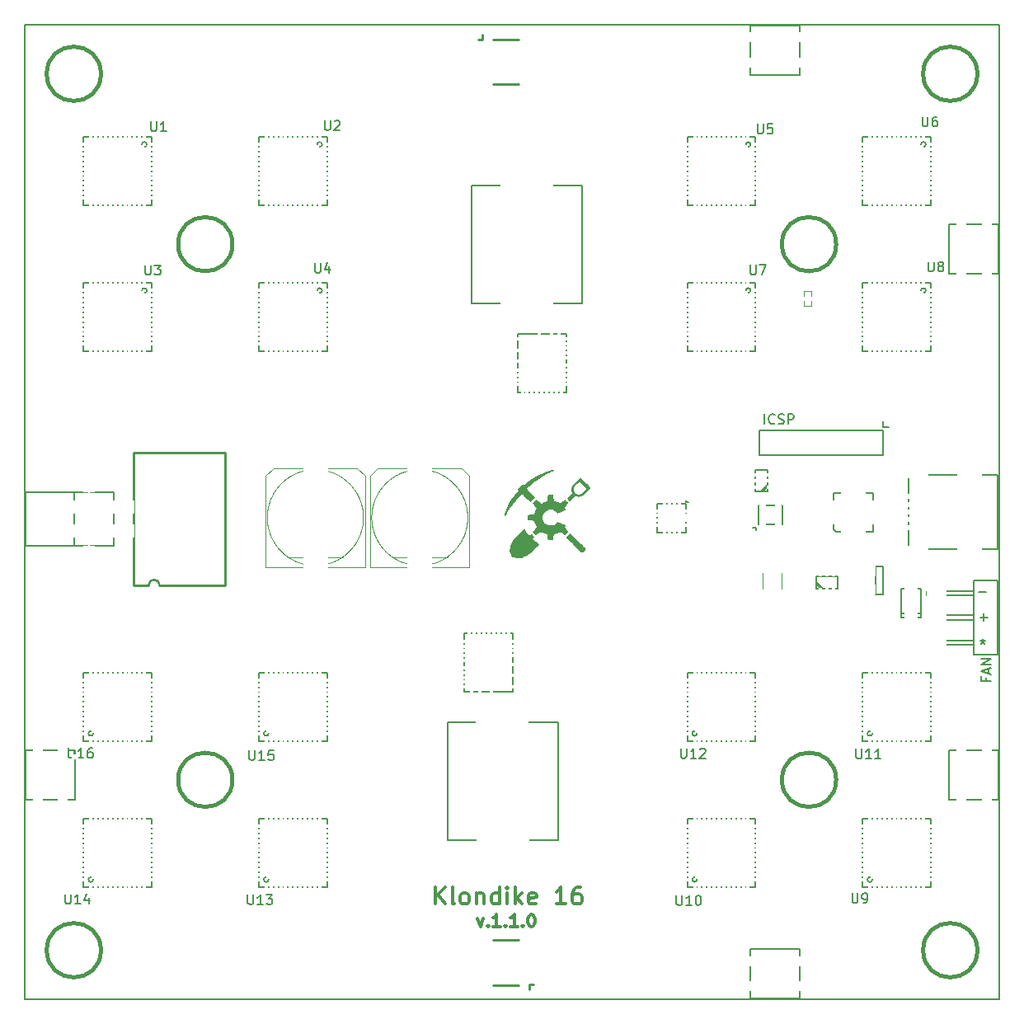
<source format=gto>
G04 (created by PCBNEW (2013-05-16 BZR 4016)-stable) date 18. 1. 2014 1:36:01*
%MOIN*%
G04 Gerber Fmt 3.4, Leading zero omitted, Abs format*
%FSLAX34Y34*%
G01*
G70*
G90*
G04 APERTURE LIST*
%ADD10C,0.00590551*%
%ADD11C,0.011811*%
%ADD12C,0.00787402*%
%ADD13C,0.005*%
%ADD14C,0.0001*%
%ADD15C,0.015*%
%ADD16C,0.0028*%
%ADD17C,0.01*%
%ADD18C,0.000984252*%
%ADD19C,0.006*%
%ADD20C,0.004*%
%ADD21C,0.00984252*%
%ADD22C,0.0079*%
%ADD23R,0.0708X0.0629*%
%ADD24R,0.0354331X0.0314961*%
%ADD25R,0.0314961X0.0354331*%
%ADD26R,0.0118X0.0275*%
%ADD27R,0.0275X0.0118*%
%ADD28R,0.0122047X0.0417323*%
%ADD29R,0.122441X0.0515748*%
%ADD30R,0.0456693X0.104724*%
%ADD31R,0.0208661X0.0161417*%
%ADD32R,0.011811X0.0275*%
%ADD33R,0.0220472X0.0279528*%
%ADD34R,0.0259843X0.0169291*%
%ADD35R,0.0283465X0.0102362*%
%ADD36R,0.011811X0.0267717*%
%ADD37R,0.065748X0.0515748*%
%ADD38R,0.0167323X0.0326772*%
%ADD39R,0.0279528X0.0279528*%
%ADD40R,0.0220472X0.0220472*%
%ADD41R,0.0354331X0.0275591*%
%ADD42R,0.0275591X0.0354331*%
%ADD43C,0.19685*%
%ADD44R,0.0255906X0.0334646*%
%ADD45C,0.0354*%
%ADD46R,0.0885X0.0196*%
%ADD47R,0.0984X0.0787*%
%ADD48R,0.0259843X0.011811*%
%ADD49R,0.0393701X0.0393701*%
%ADD50R,0.0787402X0.05*%
%ADD51R,0.0236X0.0157*%
%ADD52C,0.11811*%
%ADD53R,0.125984X0.0393701*%
%ADD54R,0.0393701X0.125984*%
%ADD55R,0.0196X0.0118*%
%ADD56R,0.0118X0.0196*%
%ADD57R,0.212598X0.212598*%
%ADD58R,0.0118X0.0295*%
%ADD59R,0.0295X0.0118*%
%ADD60R,0.0708661X0.0708661*%
%ADD61R,0.0393701X0.0314961*%
%ADD62R,0.011811X0.0259843*%
%ADD63O,0.0826X0.0826*%
%ADD64R,0.019685X0.019685*%
%ADD65R,0.0255906X0.0393701*%
%ADD66R,0.0216535X0.0393701*%
%ADD67R,0.0551181X0.0393701*%
%ADD68R,0.0314961X0.0314961*%
%ADD69R,0.0551181X0.0511811*%
%ADD70R,0.0629921X0.0314961*%
%ADD71R,0.0314961X0.0393701*%
%ADD72R,0.0984252X0.15748*%
%ADD73R,0.0275591X0.019685*%
%ADD74R,0.019685X0.0275591*%
%ADD75R,0.023622X0.019685*%
%ADD76R,0.019685X0.023622*%
%ADD77R,0.220472X0.104331*%
%ADD78R,0.275591X0.0551181*%
%ADD79R,0.212598X0.114173*%
%ADD80R,0.0591X0.0276*%
%ADD81R,0.0591X0.0394*%
%ADD82R,0.0315X0.0787*%
%ADD83R,0.110236X0.110236*%
%ADD84R,0.023622X0.0433071*%
%ADD85R,0.0433071X0.023622*%
%ADD86R,0.043311X0.023622*%
G04 APERTURE END LIST*
G54D10*
G54D11*
X57072Y-57775D02*
X57189Y-58103D01*
X57306Y-57775D01*
X57494Y-58056D02*
X57517Y-58079D01*
X57494Y-58103D01*
X57470Y-58079D01*
X57494Y-58056D01*
X57494Y-58103D01*
X57986Y-58103D02*
X57705Y-58103D01*
X57845Y-58103D02*
X57845Y-57611D01*
X57798Y-57681D01*
X57751Y-57728D01*
X57705Y-57751D01*
X58197Y-58056D02*
X58220Y-58079D01*
X58197Y-58103D01*
X58173Y-58079D01*
X58197Y-58056D01*
X58197Y-58103D01*
X58689Y-58103D02*
X58408Y-58103D01*
X58548Y-58103D02*
X58548Y-57611D01*
X58501Y-57681D01*
X58454Y-57728D01*
X58408Y-57751D01*
X58900Y-58056D02*
X58923Y-58079D01*
X58900Y-58103D01*
X58876Y-58079D01*
X58900Y-58056D01*
X58900Y-58103D01*
X59228Y-57611D02*
X59275Y-57611D01*
X59322Y-57634D01*
X59345Y-57657D01*
X59368Y-57704D01*
X59392Y-57798D01*
X59392Y-57915D01*
X59368Y-58009D01*
X59345Y-58056D01*
X59322Y-58079D01*
X59275Y-58103D01*
X59228Y-58103D01*
X59181Y-58079D01*
X59157Y-58056D01*
X59134Y-58009D01*
X59111Y-57915D01*
X59111Y-57798D01*
X59134Y-57704D01*
X59157Y-57657D01*
X59181Y-57634D01*
X59228Y-57611D01*
G54D12*
X68336Y-41958D02*
X68336Y-42076D01*
X68198Y-41958D02*
X68336Y-41958D01*
X73464Y-37903D02*
X73464Y-37687D01*
X73474Y-37903D02*
X73710Y-37903D01*
X77620Y-48045D02*
X77620Y-48176D01*
X77826Y-48176D02*
X77432Y-48176D01*
X77432Y-47988D01*
X77714Y-47857D02*
X77714Y-47670D01*
X77826Y-47895D02*
X77432Y-47763D01*
X77826Y-47632D01*
X77826Y-47501D02*
X77432Y-47501D01*
X77826Y-47276D01*
X77432Y-47276D01*
X77500Y-46488D02*
X77500Y-46581D01*
X77406Y-46544D02*
X77500Y-46581D01*
X77593Y-46544D01*
X77443Y-46656D02*
X77500Y-46581D01*
X77556Y-46656D01*
X77330Y-44586D02*
X77630Y-44586D01*
X77389Y-45590D02*
X77689Y-45590D01*
X77539Y-45740D02*
X77539Y-45440D01*
X68670Y-37777D02*
X68670Y-37383D01*
X69083Y-37739D02*
X69064Y-37758D01*
X69008Y-37777D01*
X68970Y-37777D01*
X68914Y-37758D01*
X68877Y-37721D01*
X68858Y-37683D01*
X68839Y-37608D01*
X68839Y-37552D01*
X68858Y-37477D01*
X68877Y-37440D01*
X68914Y-37402D01*
X68970Y-37383D01*
X69008Y-37383D01*
X69064Y-37402D01*
X69083Y-37421D01*
X69233Y-37758D02*
X69289Y-37777D01*
X69383Y-37777D01*
X69420Y-37758D01*
X69439Y-37739D01*
X69458Y-37702D01*
X69458Y-37664D01*
X69439Y-37627D01*
X69420Y-37608D01*
X69383Y-37589D01*
X69308Y-37571D01*
X69270Y-37552D01*
X69251Y-37533D01*
X69233Y-37496D01*
X69233Y-37458D01*
X69251Y-37421D01*
X69270Y-37402D01*
X69308Y-37383D01*
X69401Y-37383D01*
X69458Y-37402D01*
X69626Y-37777D02*
X69626Y-37383D01*
X69776Y-37383D01*
X69814Y-37402D01*
X69833Y-37421D01*
X69851Y-37458D01*
X69851Y-37514D01*
X69833Y-37552D01*
X69814Y-37571D01*
X69776Y-37589D01*
X69626Y-37589D01*
X65511Y-40925D02*
X65590Y-40925D01*
X65511Y-40856D02*
X65511Y-40925D01*
X40526Y-50887D02*
X40526Y-51206D01*
X40545Y-51243D01*
X40563Y-51262D01*
X40601Y-51281D01*
X40676Y-51281D01*
X40713Y-51262D01*
X40732Y-51243D01*
X40751Y-51206D01*
X40751Y-50887D01*
X41145Y-51281D02*
X40920Y-51281D01*
X41032Y-51281D02*
X41032Y-50887D01*
X40995Y-50943D01*
X40957Y-50981D01*
X40920Y-51000D01*
X41482Y-50887D02*
X41407Y-50887D01*
X41369Y-50906D01*
X41351Y-50925D01*
X41313Y-50981D01*
X41294Y-51056D01*
X41294Y-51206D01*
X41313Y-51243D01*
X41332Y-51262D01*
X41369Y-51281D01*
X41444Y-51281D01*
X41482Y-51262D01*
X41501Y-51243D01*
X41519Y-51206D01*
X41519Y-51112D01*
X41501Y-51075D01*
X41482Y-51056D01*
X41444Y-51037D01*
X41369Y-51037D01*
X41332Y-51056D01*
X41313Y-51075D01*
X41294Y-51112D01*
X47839Y-50976D02*
X47839Y-51294D01*
X47858Y-51332D01*
X47876Y-51351D01*
X47914Y-51369D01*
X47989Y-51369D01*
X48026Y-51351D01*
X48045Y-51332D01*
X48064Y-51294D01*
X48064Y-50976D01*
X48458Y-51369D02*
X48233Y-51369D01*
X48345Y-51369D02*
X48345Y-50976D01*
X48308Y-51032D01*
X48270Y-51070D01*
X48233Y-51088D01*
X48814Y-50976D02*
X48626Y-50976D01*
X48607Y-51163D01*
X48626Y-51145D01*
X48664Y-51126D01*
X48757Y-51126D01*
X48795Y-51145D01*
X48814Y-51163D01*
X48832Y-51201D01*
X48832Y-51294D01*
X48814Y-51332D01*
X48795Y-51351D01*
X48757Y-51369D01*
X48664Y-51369D01*
X48626Y-51351D01*
X48607Y-51332D01*
X40398Y-56793D02*
X40398Y-57111D01*
X40417Y-57149D01*
X40435Y-57168D01*
X40473Y-57186D01*
X40548Y-57186D01*
X40585Y-57168D01*
X40604Y-57149D01*
X40623Y-57111D01*
X40623Y-56793D01*
X41017Y-57186D02*
X40792Y-57186D01*
X40904Y-57186D02*
X40904Y-56793D01*
X40867Y-56849D01*
X40829Y-56886D01*
X40792Y-56905D01*
X41354Y-56924D02*
X41354Y-57186D01*
X41260Y-56774D02*
X41167Y-57055D01*
X41410Y-57055D01*
X47780Y-56812D02*
X47780Y-57131D01*
X47799Y-57169D01*
X47817Y-57187D01*
X47855Y-57206D01*
X47930Y-57206D01*
X47967Y-57187D01*
X47986Y-57169D01*
X48005Y-57131D01*
X48005Y-56812D01*
X48398Y-57206D02*
X48173Y-57206D01*
X48286Y-57206D02*
X48286Y-56812D01*
X48248Y-56869D01*
X48211Y-56906D01*
X48173Y-56925D01*
X48530Y-56812D02*
X48773Y-56812D01*
X48642Y-56962D01*
X48698Y-56962D01*
X48736Y-56981D01*
X48755Y-57000D01*
X48773Y-57037D01*
X48773Y-57131D01*
X48755Y-57169D01*
X48736Y-57187D01*
X48698Y-57206D01*
X48586Y-57206D01*
X48548Y-57187D01*
X48530Y-57169D01*
X65290Y-50897D02*
X65290Y-51216D01*
X65308Y-51253D01*
X65327Y-51272D01*
X65365Y-51291D01*
X65440Y-51291D01*
X65477Y-51272D01*
X65496Y-51253D01*
X65515Y-51216D01*
X65515Y-50897D01*
X65908Y-51291D02*
X65683Y-51291D01*
X65796Y-51291D02*
X65796Y-50897D01*
X65758Y-50953D01*
X65721Y-50991D01*
X65683Y-51010D01*
X66058Y-50935D02*
X66077Y-50916D01*
X66115Y-50897D01*
X66208Y-50897D01*
X66246Y-50916D01*
X66264Y-50935D01*
X66283Y-50972D01*
X66283Y-51010D01*
X66264Y-51066D01*
X66040Y-51291D01*
X66283Y-51291D01*
X72376Y-50917D02*
X72376Y-51235D01*
X72395Y-51273D01*
X72414Y-51292D01*
X72451Y-51310D01*
X72526Y-51310D01*
X72564Y-51292D01*
X72582Y-51273D01*
X72601Y-51235D01*
X72601Y-50917D01*
X72995Y-51310D02*
X72770Y-51310D01*
X72882Y-51310D02*
X72882Y-50917D01*
X72845Y-50973D01*
X72807Y-51010D01*
X72770Y-51029D01*
X73370Y-51310D02*
X73145Y-51310D01*
X73257Y-51310D02*
X73257Y-50917D01*
X73220Y-50973D01*
X73182Y-51010D01*
X73145Y-51029D01*
X65112Y-56842D02*
X65112Y-57161D01*
X65131Y-57198D01*
X65150Y-57217D01*
X65187Y-57236D01*
X65262Y-57236D01*
X65300Y-57217D01*
X65319Y-57198D01*
X65337Y-57161D01*
X65337Y-56842D01*
X65731Y-57236D02*
X65506Y-57236D01*
X65619Y-57236D02*
X65619Y-56842D01*
X65581Y-56898D01*
X65544Y-56936D01*
X65506Y-56954D01*
X65975Y-56842D02*
X66012Y-56842D01*
X66050Y-56861D01*
X66069Y-56879D01*
X66087Y-56917D01*
X66106Y-56992D01*
X66106Y-57086D01*
X66087Y-57161D01*
X66069Y-57198D01*
X66050Y-57217D01*
X66012Y-57236D01*
X65975Y-57236D01*
X65937Y-57217D01*
X65919Y-57198D01*
X65900Y-57161D01*
X65881Y-57086D01*
X65881Y-56992D01*
X65900Y-56917D01*
X65919Y-56879D01*
X65937Y-56861D01*
X65975Y-56842D01*
X72219Y-56753D02*
X72219Y-57072D01*
X72238Y-57110D01*
X72257Y-57128D01*
X72294Y-57147D01*
X72369Y-57147D01*
X72407Y-57128D01*
X72425Y-57110D01*
X72444Y-57072D01*
X72444Y-56753D01*
X72650Y-57147D02*
X72725Y-57147D01*
X72763Y-57128D01*
X72782Y-57110D01*
X72819Y-57053D01*
X72838Y-56978D01*
X72838Y-56828D01*
X72819Y-56791D01*
X72800Y-56772D01*
X72763Y-56753D01*
X72688Y-56753D01*
X72650Y-56772D01*
X72632Y-56791D01*
X72613Y-56828D01*
X72613Y-56922D01*
X72632Y-56960D01*
X72650Y-56978D01*
X72688Y-56997D01*
X72763Y-56997D01*
X72800Y-56978D01*
X72819Y-56960D01*
X72838Y-56922D01*
X75290Y-31222D02*
X75290Y-31541D01*
X75309Y-31578D01*
X75328Y-31597D01*
X75365Y-31616D01*
X75440Y-31616D01*
X75478Y-31597D01*
X75496Y-31578D01*
X75515Y-31541D01*
X75515Y-31222D01*
X75759Y-31391D02*
X75721Y-31372D01*
X75703Y-31353D01*
X75684Y-31316D01*
X75684Y-31297D01*
X75703Y-31259D01*
X75721Y-31241D01*
X75759Y-31222D01*
X75834Y-31222D01*
X75871Y-31241D01*
X75890Y-31259D01*
X75909Y-31297D01*
X75909Y-31316D01*
X75890Y-31353D01*
X75871Y-31372D01*
X75834Y-31391D01*
X75759Y-31391D01*
X75721Y-31409D01*
X75703Y-31428D01*
X75684Y-31466D01*
X75684Y-31541D01*
X75703Y-31578D01*
X75721Y-31597D01*
X75759Y-31616D01*
X75834Y-31616D01*
X75871Y-31597D01*
X75890Y-31578D01*
X75909Y-31541D01*
X75909Y-31466D01*
X75890Y-31428D01*
X75871Y-31409D01*
X75834Y-31391D01*
X68105Y-31350D02*
X68105Y-31669D01*
X68124Y-31706D01*
X68143Y-31725D01*
X68180Y-31744D01*
X68255Y-31744D01*
X68293Y-31725D01*
X68311Y-31706D01*
X68330Y-31669D01*
X68330Y-31350D01*
X68480Y-31350D02*
X68742Y-31350D01*
X68574Y-31744D01*
X75054Y-25356D02*
X75054Y-25674D01*
X75073Y-25712D01*
X75091Y-25731D01*
X75129Y-25749D01*
X75204Y-25749D01*
X75241Y-25731D01*
X75260Y-25712D01*
X75279Y-25674D01*
X75279Y-25356D01*
X75635Y-25356D02*
X75560Y-25356D01*
X75523Y-25374D01*
X75504Y-25393D01*
X75466Y-25449D01*
X75448Y-25524D01*
X75448Y-25674D01*
X75466Y-25712D01*
X75485Y-25731D01*
X75523Y-25749D01*
X75598Y-25749D01*
X75635Y-25731D01*
X75654Y-25712D01*
X75673Y-25674D01*
X75673Y-25581D01*
X75654Y-25543D01*
X75635Y-25524D01*
X75598Y-25506D01*
X75523Y-25506D01*
X75485Y-25524D01*
X75466Y-25543D01*
X75448Y-25581D01*
X68390Y-25651D02*
X68390Y-25970D01*
X68409Y-26007D01*
X68428Y-26026D01*
X68465Y-26045D01*
X68540Y-26045D01*
X68578Y-26026D01*
X68597Y-26007D01*
X68615Y-25970D01*
X68615Y-25651D01*
X68990Y-25651D02*
X68803Y-25651D01*
X68784Y-25838D01*
X68803Y-25820D01*
X68840Y-25801D01*
X68934Y-25801D01*
X68972Y-25820D01*
X68990Y-25838D01*
X69009Y-25876D01*
X69009Y-25970D01*
X68990Y-26007D01*
X68972Y-26026D01*
X68934Y-26045D01*
X68840Y-26045D01*
X68803Y-26026D01*
X68784Y-26007D01*
X50497Y-31271D02*
X50497Y-31590D01*
X50516Y-31627D01*
X50534Y-31646D01*
X50572Y-31665D01*
X50647Y-31665D01*
X50684Y-31646D01*
X50703Y-31627D01*
X50722Y-31590D01*
X50722Y-31271D01*
X51078Y-31402D02*
X51078Y-31665D01*
X50984Y-31252D02*
X50890Y-31534D01*
X51134Y-31534D01*
X43637Y-31360D02*
X43637Y-31678D01*
X43655Y-31716D01*
X43674Y-31735D01*
X43712Y-31753D01*
X43787Y-31753D01*
X43824Y-31735D01*
X43843Y-31716D01*
X43862Y-31678D01*
X43862Y-31360D01*
X44011Y-31360D02*
X44255Y-31360D01*
X44124Y-31510D01*
X44180Y-31510D01*
X44218Y-31528D01*
X44236Y-31547D01*
X44255Y-31585D01*
X44255Y-31678D01*
X44236Y-31716D01*
X44218Y-31735D01*
X44180Y-31753D01*
X44068Y-31753D01*
X44030Y-31735D01*
X44011Y-31716D01*
X50890Y-25503D02*
X50890Y-25822D01*
X50909Y-25860D01*
X50928Y-25878D01*
X50965Y-25897D01*
X51040Y-25897D01*
X51078Y-25878D01*
X51097Y-25860D01*
X51115Y-25822D01*
X51115Y-25503D01*
X51284Y-25541D02*
X51303Y-25522D01*
X51340Y-25503D01*
X51434Y-25503D01*
X51472Y-25522D01*
X51490Y-25541D01*
X51509Y-25578D01*
X51509Y-25616D01*
X51490Y-25672D01*
X51265Y-25897D01*
X51509Y-25897D01*
X43873Y-25553D02*
X43873Y-25871D01*
X43892Y-25909D01*
X43910Y-25928D01*
X43948Y-25946D01*
X44023Y-25946D01*
X44060Y-25928D01*
X44079Y-25909D01*
X44098Y-25871D01*
X44098Y-25553D01*
X44491Y-25946D02*
X44266Y-25946D01*
X44379Y-25946D02*
X44379Y-25553D01*
X44341Y-25609D01*
X44304Y-25646D01*
X44266Y-25665D01*
G54D11*
X55359Y-57188D02*
X55359Y-56499D01*
X55752Y-57188D02*
X55457Y-56795D01*
X55752Y-56499D02*
X55359Y-56893D01*
X56146Y-57188D02*
X56080Y-57156D01*
X56048Y-57090D01*
X56048Y-56499D01*
X56507Y-57188D02*
X56441Y-57156D01*
X56408Y-57123D01*
X56376Y-57057D01*
X56376Y-56860D01*
X56408Y-56795D01*
X56441Y-56762D01*
X56507Y-56729D01*
X56605Y-56729D01*
X56671Y-56762D01*
X56704Y-56795D01*
X56736Y-56860D01*
X56736Y-57057D01*
X56704Y-57123D01*
X56671Y-57156D01*
X56605Y-57188D01*
X56507Y-57188D01*
X57032Y-56729D02*
X57032Y-57188D01*
X57032Y-56795D02*
X57065Y-56762D01*
X57130Y-56729D01*
X57229Y-56729D01*
X57294Y-56762D01*
X57327Y-56827D01*
X57327Y-57188D01*
X57950Y-57188D02*
X57950Y-56499D01*
X57950Y-57156D02*
X57885Y-57188D01*
X57754Y-57188D01*
X57688Y-57156D01*
X57655Y-57123D01*
X57622Y-57057D01*
X57622Y-56860D01*
X57655Y-56795D01*
X57688Y-56762D01*
X57754Y-56729D01*
X57885Y-56729D01*
X57950Y-56762D01*
X58278Y-57188D02*
X58278Y-56729D01*
X58278Y-56499D02*
X58246Y-56532D01*
X58278Y-56565D01*
X58311Y-56532D01*
X58278Y-56499D01*
X58278Y-56565D01*
X58607Y-57188D02*
X58607Y-56499D01*
X58672Y-56926D02*
X58869Y-57188D01*
X58869Y-56729D02*
X58607Y-56992D01*
X59427Y-57156D02*
X59361Y-57188D01*
X59230Y-57188D01*
X59164Y-57156D01*
X59132Y-57090D01*
X59132Y-56827D01*
X59164Y-56762D01*
X59230Y-56729D01*
X59361Y-56729D01*
X59427Y-56762D01*
X59460Y-56827D01*
X59460Y-56893D01*
X59132Y-56959D01*
X60641Y-57188D02*
X60247Y-57188D01*
X60444Y-57188D02*
X60444Y-56499D01*
X60378Y-56598D01*
X60313Y-56663D01*
X60247Y-56696D01*
X61231Y-56499D02*
X61100Y-56499D01*
X61034Y-56532D01*
X61002Y-56565D01*
X60936Y-56663D01*
X60903Y-56795D01*
X60903Y-57057D01*
X60936Y-57123D01*
X60969Y-57156D01*
X61034Y-57188D01*
X61166Y-57188D01*
X61231Y-57156D01*
X61264Y-57123D01*
X61297Y-57057D01*
X61297Y-56893D01*
X61264Y-56827D01*
X61231Y-56795D01*
X61166Y-56762D01*
X61034Y-56762D01*
X60969Y-56795D01*
X60936Y-56827D01*
X60903Y-56893D01*
G54D10*
X38779Y-61023D02*
X78149Y-61023D01*
X78149Y-61023D02*
X78149Y-21653D01*
X78149Y-21653D02*
X38779Y-21653D01*
X38779Y-21653D02*
X38779Y-61023D01*
G54D13*
X58512Y-48617D02*
X58512Y-46255D01*
X58512Y-46255D02*
X56544Y-46255D01*
X56544Y-46255D02*
X56544Y-48617D01*
X56544Y-48617D02*
X58512Y-48617D01*
G54D14*
G36*
X61233Y-39949D02*
X61241Y-39955D01*
X61258Y-39970D01*
X61283Y-39993D01*
X61314Y-40022D01*
X61350Y-40057D01*
X61389Y-40095D01*
X61397Y-40103D01*
X61189Y-40103D01*
X61088Y-40206D01*
X61045Y-40250D01*
X61013Y-40286D01*
X60989Y-40315D01*
X60973Y-40341D01*
X60963Y-40366D01*
X60958Y-40391D01*
X60956Y-40419D01*
X60955Y-40430D01*
X60962Y-40486D01*
X60983Y-40537D01*
X61016Y-40579D01*
X61062Y-40612D01*
X61075Y-40619D01*
X61114Y-40631D01*
X61160Y-40634D01*
X61206Y-40631D01*
X61246Y-40619D01*
X61260Y-40610D01*
X61282Y-40593D01*
X61309Y-40570D01*
X61340Y-40542D01*
X61372Y-40512D01*
X61404Y-40483D01*
X61432Y-40454D01*
X61455Y-40430D01*
X61472Y-40412D01*
X61478Y-40401D01*
X61478Y-40400D01*
X61473Y-40393D01*
X61458Y-40376D01*
X61436Y-40351D01*
X61406Y-40321D01*
X61371Y-40285D01*
X61334Y-40247D01*
X61189Y-40103D01*
X61397Y-40103D01*
X61430Y-40136D01*
X61471Y-40177D01*
X61510Y-40217D01*
X61547Y-40255D01*
X61580Y-40290D01*
X61607Y-40318D01*
X61627Y-40340D01*
X61638Y-40354D01*
X61640Y-40357D01*
X61635Y-40366D01*
X61620Y-40383D01*
X61597Y-40408D01*
X61567Y-40440D01*
X61532Y-40476D01*
X61493Y-40516D01*
X61488Y-40520D01*
X61442Y-40567D01*
X61404Y-40603D01*
X61374Y-40631D01*
X61350Y-40653D01*
X61330Y-40669D01*
X61312Y-40681D01*
X61295Y-40691D01*
X61282Y-40697D01*
X61254Y-40710D01*
X61231Y-40718D01*
X61208Y-40721D01*
X61178Y-40722D01*
X61159Y-40722D01*
X61118Y-40721D01*
X61088Y-40717D01*
X61063Y-40709D01*
X61055Y-40706D01*
X61021Y-40690D01*
X60911Y-40799D01*
X60801Y-40907D01*
X60742Y-40848D01*
X60682Y-40788D01*
X60791Y-40679D01*
X60828Y-40641D01*
X60856Y-40613D01*
X60875Y-40593D01*
X60887Y-40578D01*
X60893Y-40568D01*
X60894Y-40560D01*
X60892Y-40553D01*
X60890Y-40550D01*
X60871Y-40497D01*
X60865Y-40439D01*
X60870Y-40378D01*
X60889Y-40318D01*
X60897Y-40300D01*
X60907Y-40282D01*
X60918Y-40264D01*
X60932Y-40245D01*
X60951Y-40223D01*
X60976Y-40196D01*
X61008Y-40162D01*
X61049Y-40121D01*
X61073Y-40098D01*
X61112Y-40059D01*
X61149Y-40024D01*
X61180Y-39994D01*
X61206Y-39971D01*
X61224Y-39955D01*
X61232Y-39949D01*
X61233Y-39949D01*
X61233Y-39949D01*
X61233Y-39949D01*
G37*
G36*
X60818Y-42204D02*
X60825Y-42209D01*
X60841Y-42224D01*
X60866Y-42247D01*
X60897Y-42277D01*
X60935Y-42313D01*
X60977Y-42354D01*
X61011Y-42387D01*
X61062Y-42437D01*
X61117Y-42491D01*
X61173Y-42545D01*
X61226Y-42597D01*
X61274Y-42643D01*
X61314Y-42683D01*
X61323Y-42691D01*
X61364Y-42732D01*
X61396Y-42764D01*
X61419Y-42788D01*
X61434Y-42806D01*
X61443Y-42820D01*
X61447Y-42830D01*
X61448Y-42834D01*
X61445Y-42846D01*
X61437Y-42861D01*
X61421Y-42880D01*
X61395Y-42907D01*
X61379Y-42922D01*
X61352Y-42948D01*
X61327Y-42969D01*
X61308Y-42984D01*
X61297Y-42989D01*
X61296Y-42989D01*
X61286Y-42984D01*
X61267Y-42968D01*
X61239Y-42943D01*
X61205Y-42911D01*
X61166Y-42872D01*
X61132Y-42837D01*
X61089Y-42794D01*
X61041Y-42744D01*
X60988Y-42691D01*
X60935Y-42636D01*
X60882Y-42582D01*
X60856Y-42556D01*
X60660Y-42357D01*
X60736Y-42281D01*
X60764Y-42253D01*
X60788Y-42230D01*
X60806Y-42213D01*
X60817Y-42205D01*
X60818Y-42204D01*
X60818Y-42204D01*
X60818Y-42204D01*
G37*
G36*
X60115Y-40642D02*
X60132Y-40736D01*
X60141Y-40787D01*
X60148Y-40824D01*
X60154Y-40851D01*
X60160Y-40869D01*
X60168Y-40881D01*
X60178Y-40888D01*
X60191Y-40892D01*
X60209Y-40897D01*
X60214Y-40898D01*
X60245Y-40908D01*
X60283Y-40922D01*
X60322Y-40939D01*
X60340Y-40947D01*
X60414Y-40982D01*
X60511Y-40916D01*
X60545Y-40893D01*
X60574Y-40874D01*
X60597Y-40859D01*
X60611Y-40851D01*
X60614Y-40850D01*
X60622Y-40855D01*
X60638Y-40869D01*
X60660Y-40890D01*
X60681Y-40911D01*
X60742Y-40971D01*
X60672Y-41073D01*
X60602Y-41174D01*
X60625Y-41210D01*
X60636Y-41230D01*
X60642Y-41245D01*
X60642Y-41250D01*
X60633Y-41255D01*
X60613Y-41264D01*
X60582Y-41277D01*
X60543Y-41294D01*
X60498Y-41312D01*
X60473Y-41323D01*
X60310Y-41391D01*
X60266Y-41343D01*
X60212Y-41296D01*
X60153Y-41262D01*
X60089Y-41241D01*
X60023Y-41235D01*
X59957Y-41243D01*
X59892Y-41264D01*
X59847Y-41289D01*
X59795Y-41331D01*
X59754Y-41383D01*
X59724Y-41441D01*
X59707Y-41503D01*
X59702Y-41568D01*
X59709Y-41633D01*
X59730Y-41696D01*
X59765Y-41755D01*
X59765Y-41756D01*
X59810Y-41804D01*
X59863Y-41842D01*
X59923Y-41869D01*
X59987Y-41884D01*
X60052Y-41886D01*
X60099Y-41878D01*
X60149Y-41863D01*
X60190Y-41842D01*
X60229Y-41814D01*
X60261Y-41784D01*
X60282Y-41762D01*
X60300Y-41745D01*
X60311Y-41736D01*
X60312Y-41735D01*
X60321Y-41738D01*
X60341Y-41746D01*
X60371Y-41757D01*
X60407Y-41772D01*
X60447Y-41789D01*
X60490Y-41806D01*
X60531Y-41824D01*
X60569Y-41840D01*
X60602Y-41854D01*
X60626Y-41864D01*
X60639Y-41870D01*
X60641Y-41872D01*
X60640Y-41881D01*
X60633Y-41898D01*
X60625Y-41913D01*
X60602Y-41949D01*
X60671Y-42048D01*
X60739Y-42148D01*
X60675Y-42211D01*
X60611Y-42275D01*
X60514Y-42209D01*
X60480Y-42186D01*
X60450Y-42166D01*
X60427Y-42152D01*
X60413Y-42144D01*
X60410Y-42143D01*
X60399Y-42146D01*
X60379Y-42156D01*
X60360Y-42166D01*
X60335Y-42178D01*
X60301Y-42192D01*
X60263Y-42207D01*
X60239Y-42215D01*
X60204Y-42226D01*
X60181Y-42235D01*
X60167Y-42243D01*
X60159Y-42250D01*
X60156Y-42260D01*
X60154Y-42267D01*
X60151Y-42285D01*
X60145Y-42313D01*
X60139Y-42349D01*
X60132Y-42387D01*
X60115Y-42481D01*
X60025Y-42481D01*
X59934Y-42481D01*
X59912Y-42362D01*
X59905Y-42321D01*
X59898Y-42285D01*
X59892Y-42258D01*
X59887Y-42241D01*
X59886Y-42237D01*
X59877Y-42232D01*
X59857Y-42224D01*
X59830Y-42214D01*
X59816Y-42210D01*
X59778Y-42196D01*
X59738Y-42179D01*
X59705Y-42162D01*
X59701Y-42160D01*
X59651Y-42130D01*
X59544Y-42203D01*
X59438Y-42276D01*
X59374Y-42212D01*
X59310Y-42148D01*
X59383Y-42041D01*
X59456Y-41934D01*
X59430Y-41883D01*
X59398Y-41815D01*
X59375Y-41750D01*
X59370Y-41730D01*
X59362Y-41699D01*
X59268Y-41682D01*
X59228Y-41674D01*
X59189Y-41667D01*
X59157Y-41661D01*
X59137Y-41656D01*
X59100Y-41649D01*
X59102Y-41560D01*
X59105Y-41470D01*
X59231Y-41447D01*
X59357Y-41423D01*
X59381Y-41354D01*
X59395Y-41316D01*
X59412Y-41277D01*
X59427Y-41244D01*
X59431Y-41237D01*
X59445Y-41208D01*
X59451Y-41188D01*
X59450Y-41179D01*
X59444Y-41170D01*
X59430Y-41150D01*
X59412Y-41122D01*
X59389Y-41089D01*
X59377Y-41072D01*
X59310Y-40975D01*
X59374Y-40911D01*
X59439Y-40847D01*
X59543Y-40918D01*
X59648Y-40990D01*
X59715Y-40955D01*
X59750Y-40938D01*
X59787Y-40922D01*
X59819Y-40910D01*
X59828Y-40907D01*
X59854Y-40899D01*
X59874Y-40890D01*
X59883Y-40885D01*
X59887Y-40875D01*
X59893Y-40852D01*
X59901Y-40821D01*
X59909Y-40782D01*
X59913Y-40759D01*
X59934Y-40642D01*
X60025Y-40642D01*
X60115Y-40642D01*
X60115Y-40642D01*
X60115Y-40642D01*
G37*
G36*
X60181Y-39636D02*
X60194Y-39639D01*
X60195Y-39640D01*
X60193Y-39641D01*
X60181Y-39645D01*
X60158Y-39655D01*
X60126Y-39670D01*
X60087Y-39689D01*
X60043Y-39710D01*
X59996Y-39733D01*
X59949Y-39757D01*
X59905Y-39780D01*
X59865Y-39802D01*
X59831Y-39820D01*
X59819Y-39827D01*
X59685Y-39909D01*
X59548Y-40001D01*
X59410Y-40101D01*
X59277Y-40205D01*
X59151Y-40311D01*
X59109Y-40349D01*
X59059Y-40394D01*
X59082Y-40421D01*
X59093Y-40433D01*
X59113Y-40456D01*
X59141Y-40485D01*
X59174Y-40521D01*
X59210Y-40561D01*
X59250Y-40604D01*
X59395Y-40759D01*
X59308Y-40847D01*
X59220Y-40934D01*
X59197Y-40913D01*
X59183Y-40900D01*
X59161Y-40880D01*
X59132Y-40854D01*
X59100Y-40824D01*
X59078Y-40804D01*
X59039Y-40769D01*
X58999Y-40732D01*
X58961Y-40696D01*
X58929Y-40665D01*
X58919Y-40655D01*
X58857Y-40595D01*
X58771Y-40692D01*
X58627Y-40863D01*
X58497Y-41034D01*
X58380Y-41206D01*
X58273Y-41382D01*
X58256Y-41412D01*
X58237Y-41446D01*
X58222Y-41469D01*
X58210Y-41484D01*
X58198Y-41494D01*
X58184Y-41501D01*
X58175Y-41505D01*
X58155Y-41512D01*
X58141Y-41514D01*
X58139Y-41512D01*
X58141Y-41496D01*
X58147Y-41469D01*
X58155Y-41436D01*
X58165Y-41401D01*
X58176Y-41367D01*
X58182Y-41348D01*
X58253Y-41172D01*
X58339Y-41000D01*
X58439Y-40833D01*
X58552Y-40672D01*
X58668Y-40528D01*
X58717Y-40472D01*
X58700Y-40453D01*
X58683Y-40435D01*
X58699Y-40414D01*
X58713Y-40396D01*
X58735Y-40373D01*
X58761Y-40346D01*
X58790Y-40318D01*
X58819Y-40290D01*
X58846Y-40266D01*
X58868Y-40248D01*
X58884Y-40236D01*
X58889Y-40234D01*
X58906Y-40239D01*
X58917Y-40246D01*
X58923Y-40251D01*
X58931Y-40251D01*
X58942Y-40246D01*
X58959Y-40233D01*
X58984Y-40212D01*
X58994Y-40203D01*
X59129Y-40095D01*
X59269Y-39995D01*
X59415Y-39905D01*
X59564Y-39826D01*
X59714Y-39759D01*
X59864Y-39705D01*
X60012Y-39663D01*
X60059Y-39653D01*
X60098Y-39646D01*
X60134Y-39640D01*
X60163Y-39637D01*
X60180Y-39636D01*
X60181Y-39636D01*
X60181Y-39636D01*
X60181Y-39636D01*
G37*
G36*
X58947Y-42030D02*
X58957Y-42031D01*
X58969Y-42038D01*
X58984Y-42054D01*
X59003Y-42081D01*
X59018Y-42104D01*
X59042Y-42138D01*
X59069Y-42174D01*
X59097Y-42210D01*
X59123Y-42243D01*
X59145Y-42268D01*
X59160Y-42283D01*
X59168Y-42289D01*
X59176Y-42290D01*
X59187Y-42283D01*
X59203Y-42267D01*
X59212Y-42258D01*
X59250Y-42220D01*
X59310Y-42279D01*
X59370Y-42338D01*
X59331Y-42378D01*
X59292Y-42417D01*
X59335Y-42457D01*
X59361Y-42479D01*
X59394Y-42506D01*
X59429Y-42533D01*
X59441Y-42543D01*
X59482Y-42572D01*
X59511Y-42594D01*
X59531Y-42611D01*
X59544Y-42622D01*
X59551Y-42631D01*
X59554Y-42639D01*
X59555Y-42645D01*
X59550Y-42655D01*
X59537Y-42672D01*
X59514Y-42698D01*
X59481Y-42733D01*
X59438Y-42778D01*
X59384Y-42832D01*
X59380Y-42836D01*
X59334Y-42880D01*
X59290Y-42923D01*
X59249Y-42962D01*
X59212Y-42996D01*
X59182Y-43023D01*
X59160Y-43042D01*
X59155Y-43046D01*
X59061Y-43108D01*
X58968Y-43155D01*
X58872Y-43190D01*
X58772Y-43211D01*
X58738Y-43216D01*
X58680Y-43217D01*
X58618Y-43207D01*
X58557Y-43188D01*
X58503Y-43162D01*
X58467Y-43136D01*
X58441Y-43105D01*
X58416Y-43064D01*
X58395Y-43015D01*
X58381Y-42964D01*
X58376Y-42941D01*
X58373Y-42872D01*
X58381Y-42796D01*
X58400Y-42714D01*
X58430Y-42629D01*
X58442Y-42601D01*
X58462Y-42560D01*
X58485Y-42519D01*
X58513Y-42478D01*
X58547Y-42433D01*
X58588Y-42384D01*
X58638Y-42329D01*
X58697Y-42267D01*
X58740Y-42223D01*
X58784Y-42179D01*
X58824Y-42139D01*
X58861Y-42103D01*
X58891Y-42074D01*
X58915Y-42052D01*
X58930Y-42038D01*
X58935Y-42035D01*
X58947Y-42030D01*
X58947Y-42030D01*
X58947Y-42030D01*
G37*
G54D15*
X47159Y-30511D02*
G75*
G03X47159Y-30511I-1096J0D01*
G74*
G01*
G54D10*
X68425Y-41850D02*
X69409Y-41850D01*
X69409Y-41850D02*
X69409Y-41062D01*
X69409Y-41062D02*
X68425Y-41062D01*
X68425Y-41062D02*
X68425Y-41850D01*
G54D13*
X74488Y-42853D02*
X78109Y-42853D01*
X78109Y-42853D02*
X78109Y-39823D01*
X78109Y-39823D02*
X74488Y-39823D01*
X74488Y-39823D02*
X74488Y-42853D01*
X68798Y-40253D02*
X68538Y-40513D01*
X68798Y-40313D02*
X68603Y-40513D01*
X68288Y-39823D02*
X68181Y-39823D01*
X68288Y-40333D02*
X68181Y-40333D01*
X68798Y-40078D02*
X68905Y-40078D01*
X68798Y-39823D02*
X68905Y-39823D01*
X68798Y-40333D02*
X68905Y-40333D01*
X68288Y-40078D02*
X68181Y-40078D01*
X68288Y-40513D02*
X68288Y-39643D01*
X68288Y-39643D02*
X68798Y-39643D01*
X68798Y-39643D02*
X68798Y-40513D01*
X68798Y-40513D02*
X68288Y-40513D01*
X73476Y-38043D02*
X73476Y-39043D01*
X73476Y-39043D02*
X68472Y-39043D01*
X68472Y-39033D02*
X68472Y-38033D01*
X68472Y-38043D02*
X73476Y-38043D01*
G54D10*
X75265Y-46525D02*
X77135Y-46525D01*
X77135Y-46525D02*
X77125Y-46712D01*
X77125Y-46712D02*
X75255Y-46712D01*
X75255Y-46712D02*
X75255Y-46535D01*
X75255Y-45521D02*
X77135Y-45521D01*
X77125Y-45521D02*
X77125Y-45708D01*
X77125Y-45708D02*
X75255Y-45708D01*
X75255Y-45708D02*
X75255Y-45521D01*
X75236Y-44704D02*
X75236Y-44527D01*
X75236Y-44527D02*
X75246Y-44537D01*
X75236Y-44527D02*
X77135Y-44527D01*
X77135Y-44527D02*
X77135Y-44694D01*
X77135Y-44694D02*
X75236Y-44694D01*
X77125Y-44114D02*
X77125Y-47106D01*
X77125Y-47106D02*
X78110Y-47106D01*
X78110Y-47106D02*
X78110Y-44114D01*
X78110Y-44114D02*
X77125Y-44114D01*
G54D16*
X70553Y-32616D02*
X70553Y-32416D01*
X70553Y-32416D02*
X70253Y-32416D01*
X70253Y-32416D02*
X70253Y-32616D01*
X70553Y-32816D02*
X70553Y-33016D01*
X70553Y-33016D02*
X70253Y-33016D01*
X70253Y-33016D02*
X70253Y-32816D01*
G54D10*
X68094Y-23657D02*
X68094Y-21657D01*
X68094Y-21657D02*
X70094Y-21657D01*
X70094Y-21657D02*
X70094Y-23657D01*
X70094Y-23657D02*
X68094Y-23657D01*
X76145Y-29708D02*
X78145Y-29708D01*
X78145Y-29708D02*
X78145Y-31708D01*
X78145Y-31708D02*
X76145Y-31708D01*
X76145Y-31708D02*
X76145Y-29708D01*
X76145Y-50968D02*
X78145Y-50968D01*
X78145Y-50968D02*
X78145Y-52968D01*
X78145Y-52968D02*
X76145Y-52968D01*
X76145Y-52968D02*
X76145Y-50968D01*
X70094Y-59019D02*
X70094Y-61019D01*
X70094Y-61019D02*
X68094Y-61019D01*
X68094Y-61019D02*
X68094Y-59019D01*
X68094Y-59019D02*
X70094Y-59019D01*
G54D13*
X41142Y-28936D02*
X43896Y-28936D01*
X43896Y-28936D02*
X43896Y-26182D01*
X43896Y-26182D02*
X41142Y-26182D01*
X41142Y-26182D02*
X41142Y-28936D01*
X43699Y-26477D02*
G75*
G03X43699Y-26477I-98J0D01*
G74*
G01*
X41142Y-34841D02*
X43896Y-34841D01*
X43896Y-34841D02*
X43896Y-32087D01*
X43896Y-32087D02*
X41142Y-32087D01*
X41142Y-32087D02*
X41142Y-34841D01*
X43699Y-32382D02*
G75*
G03X43699Y-32382I-98J0D01*
G74*
G01*
X48229Y-34841D02*
X50983Y-34841D01*
X50983Y-34841D02*
X50983Y-32087D01*
X50983Y-32087D02*
X48229Y-32087D01*
X48229Y-32087D02*
X48229Y-34841D01*
X50786Y-32382D02*
G75*
G03X50786Y-32382I-98J0D01*
G74*
G01*
X48229Y-28936D02*
X50983Y-28936D01*
X50983Y-28936D02*
X50983Y-26182D01*
X50983Y-26182D02*
X48229Y-26182D01*
X48229Y-26182D02*
X48229Y-28936D01*
X50786Y-26477D02*
G75*
G03X50786Y-26477I-98J0D01*
G74*
G01*
X43896Y-47835D02*
X41142Y-47835D01*
X41142Y-47835D02*
X41142Y-50589D01*
X41142Y-50589D02*
X43896Y-50589D01*
X43896Y-50589D02*
X43896Y-47835D01*
X41535Y-50294D02*
G75*
G03X41535Y-50294I-98J0D01*
G74*
G01*
X43896Y-53741D02*
X41142Y-53741D01*
X41142Y-53741D02*
X41142Y-56495D01*
X41142Y-56495D02*
X43896Y-56495D01*
X43896Y-56495D02*
X43896Y-53741D01*
X41535Y-56200D02*
G75*
G03X41535Y-56200I-98J0D01*
G74*
G01*
X50983Y-53741D02*
X48229Y-53741D01*
X48229Y-53741D02*
X48229Y-56495D01*
X48229Y-56495D02*
X50983Y-56495D01*
X50983Y-56495D02*
X50983Y-53741D01*
X48622Y-56200D02*
G75*
G03X48622Y-56200I-98J0D01*
G74*
G01*
X50983Y-47835D02*
X48229Y-47835D01*
X48229Y-47835D02*
X48229Y-50589D01*
X48229Y-50589D02*
X50983Y-50589D01*
X50983Y-50589D02*
X50983Y-47835D01*
X48622Y-50294D02*
G75*
G03X48622Y-50294I-98J0D01*
G74*
G01*
X68306Y-47835D02*
X65552Y-47835D01*
X65552Y-47835D02*
X65552Y-50589D01*
X65552Y-50589D02*
X68306Y-50589D01*
X68306Y-50589D02*
X68306Y-47835D01*
X65945Y-50294D02*
G75*
G03X65945Y-50294I-98J0D01*
G74*
G01*
X68306Y-53741D02*
X65552Y-53741D01*
X65552Y-53741D02*
X65552Y-56495D01*
X65552Y-56495D02*
X68306Y-56495D01*
X68306Y-56495D02*
X68306Y-53741D01*
X65945Y-56200D02*
G75*
G03X65945Y-56200I-98J0D01*
G74*
G01*
X75392Y-53741D02*
X72638Y-53741D01*
X72638Y-53741D02*
X72638Y-56495D01*
X72638Y-56495D02*
X75392Y-56495D01*
X75392Y-56495D02*
X75392Y-53741D01*
X73031Y-56200D02*
G75*
G03X73031Y-56200I-98J0D01*
G74*
G01*
X75392Y-47835D02*
X72638Y-47835D01*
X72638Y-47835D02*
X72638Y-50589D01*
X72638Y-50589D02*
X75392Y-50589D01*
X75392Y-50589D02*
X75392Y-47835D01*
X73031Y-50294D02*
G75*
G03X73031Y-50294I-98J0D01*
G74*
G01*
X72638Y-34841D02*
X75392Y-34841D01*
X75392Y-34841D02*
X75392Y-32087D01*
X75392Y-32087D02*
X72638Y-32087D01*
X72638Y-32087D02*
X72638Y-34841D01*
X75195Y-32382D02*
G75*
G03X75195Y-32382I-98J0D01*
G74*
G01*
X72638Y-28936D02*
X75392Y-28936D01*
X75392Y-28936D02*
X75392Y-26182D01*
X75392Y-26182D02*
X72638Y-26182D01*
X72638Y-26182D02*
X72638Y-28936D01*
X75195Y-26477D02*
G75*
G03X75195Y-26477I-98J0D01*
G74*
G01*
X65552Y-28936D02*
X68306Y-28936D01*
X68306Y-28936D02*
X68306Y-26182D01*
X68306Y-26182D02*
X65552Y-26182D01*
X65552Y-26182D02*
X65552Y-28936D01*
X68109Y-26477D02*
G75*
G03X68109Y-26477I-98J0D01*
G74*
G01*
X65552Y-34841D02*
X68306Y-34841D01*
X68306Y-34841D02*
X68306Y-32087D01*
X68306Y-32087D02*
X65552Y-32087D01*
X65552Y-32087D02*
X65552Y-34841D01*
X68109Y-32382D02*
G75*
G03X68109Y-32382I-98J0D01*
G74*
G01*
X65509Y-40995D02*
X64329Y-40995D01*
X64329Y-40995D02*
X64329Y-42175D01*
X64329Y-42175D02*
X65509Y-42175D01*
X65509Y-42175D02*
X65509Y-40995D01*
G54D10*
X40783Y-52968D02*
X38783Y-52968D01*
X38783Y-52968D02*
X38783Y-50968D01*
X38783Y-50968D02*
X40783Y-50968D01*
X40783Y-50968D02*
X40783Y-52968D01*
G54D15*
X41844Y-23622D02*
G75*
G03X41844Y-23622I-1096J0D01*
G74*
G01*
X41844Y-59055D02*
G75*
G03X41844Y-59055I-1096J0D01*
G74*
G01*
X47159Y-52165D02*
G75*
G03X47159Y-52165I-1096J0D01*
G74*
G01*
X71569Y-52165D02*
G75*
G03X71569Y-52165I-1096J0D01*
G74*
G01*
X77277Y-59055D02*
G75*
G03X77277Y-59055I-1096J0D01*
G74*
G01*
X77277Y-23622D02*
G75*
G03X77277Y-23622I-1096J0D01*
G74*
G01*
X71569Y-30511D02*
G75*
G03X71569Y-30511I-1096J0D01*
G74*
G01*
G54D13*
X71025Y-44438D02*
X70765Y-44178D01*
X70965Y-44438D02*
X70765Y-44243D01*
X71455Y-43928D02*
X71455Y-43820D01*
X70945Y-43928D02*
X70945Y-43820D01*
X71200Y-44438D02*
X71200Y-44545D01*
X71455Y-44438D02*
X71455Y-44545D01*
X70945Y-44438D02*
X70945Y-44545D01*
X71200Y-43928D02*
X71200Y-43820D01*
X70765Y-43928D02*
X71635Y-43928D01*
X71635Y-43928D02*
X71635Y-44438D01*
X71635Y-44438D02*
X70765Y-44438D01*
X70765Y-44438D02*
X70765Y-43928D01*
G54D17*
X46849Y-38937D02*
X46849Y-44291D01*
X46849Y-44291D02*
X44212Y-44291D01*
X43779Y-44291D02*
X43149Y-44291D01*
X43149Y-44291D02*
X43149Y-38937D01*
X43149Y-38937D02*
X46849Y-38937D01*
X43780Y-44291D02*
G75*
G02X44212Y-44291I216J0D01*
G74*
G01*
G54D18*
X69370Y-43690D02*
X68582Y-43690D01*
X68582Y-43690D02*
X68582Y-44596D01*
X68582Y-44596D02*
X69370Y-44596D01*
X69370Y-44596D02*
X69370Y-43690D01*
G54D19*
X73166Y-44674D02*
X73166Y-43534D01*
X73166Y-43534D02*
X73466Y-43534D01*
X73466Y-43534D02*
X73466Y-44674D01*
X73466Y-44674D02*
X73166Y-44674D01*
G54D13*
X74990Y-45423D02*
X74202Y-45423D01*
X74990Y-45620D02*
X74990Y-44438D01*
X74990Y-44438D02*
X74202Y-44438D01*
X74202Y-44438D02*
X74202Y-45620D01*
X74202Y-45620D02*
X74990Y-45620D01*
G54D20*
X48823Y-39559D02*
X52207Y-39559D01*
X52522Y-43573D02*
X48508Y-43573D01*
X51480Y-39874D02*
G75*
G02X50180Y-43485I-965J-1691D01*
G74*
G01*
X50171Y-43573D02*
X48508Y-43573D01*
X48508Y-43573D02*
X48508Y-39874D01*
X48508Y-39874D02*
X48823Y-39559D01*
X52207Y-39559D02*
X52522Y-39874D01*
X52522Y-39874D02*
X52522Y-43573D01*
X52522Y-43573D02*
X50849Y-43573D01*
X49550Y-43258D02*
G75*
G02X50850Y-39648I965J1691D01*
G74*
G01*
X51627Y-43160D02*
X49413Y-43160D01*
X52463Y-41566D02*
G75*
G03X52463Y-41566I-1948J0D01*
G74*
G01*
X53044Y-39559D02*
X56428Y-39559D01*
X56743Y-43573D02*
X52729Y-43573D01*
X55701Y-39874D02*
G75*
G02X54401Y-43485I-965J-1691D01*
G74*
G01*
X54392Y-43573D02*
X52729Y-43573D01*
X52729Y-43573D02*
X52729Y-39874D01*
X52729Y-39874D02*
X53044Y-39559D01*
X56428Y-39559D02*
X56743Y-39874D01*
X56743Y-39874D02*
X56743Y-43573D01*
X56743Y-43573D02*
X55070Y-43573D01*
X53771Y-43258D02*
G75*
G02X55071Y-39648I965J1691D01*
G74*
G01*
X55848Y-43160D02*
X53634Y-43160D01*
X56684Y-41566D02*
G75*
G03X56684Y-41566I-1948J0D01*
G74*
G01*
G54D10*
X40777Y-40541D02*
X42352Y-40541D01*
X42352Y-40541D02*
X42352Y-42706D01*
X42352Y-42706D02*
X40777Y-42706D01*
X38809Y-42706D02*
X38809Y-40541D01*
X38809Y-40541D02*
X40777Y-40541D01*
X40777Y-40541D02*
X40777Y-42706D01*
X40777Y-42706D02*
X38809Y-42706D01*
G54D12*
X61302Y-28129D02*
X61302Y-32899D01*
X61302Y-32899D02*
X56817Y-32899D01*
X56817Y-32899D02*
X56817Y-28129D01*
X56817Y-28129D02*
X61302Y-28129D01*
G54D13*
X58686Y-34129D02*
X58686Y-36491D01*
X58686Y-36491D02*
X60654Y-36491D01*
X60654Y-36491D02*
X60654Y-34129D01*
X60654Y-34129D02*
X58686Y-34129D01*
G54D12*
X55848Y-54601D02*
X55848Y-49831D01*
X55848Y-49831D02*
X60333Y-49831D01*
X60333Y-49831D02*
X60333Y-54601D01*
X60333Y-54601D02*
X55848Y-54601D01*
G54D21*
X57276Y-22239D02*
X57084Y-22239D01*
X57277Y-22234D02*
X57277Y-22041D01*
X57698Y-22234D02*
X58722Y-22234D01*
X58722Y-24046D02*
X57698Y-24046D01*
X59154Y-60451D02*
X59346Y-60451D01*
X59153Y-60456D02*
X59153Y-60649D01*
X58732Y-60456D02*
X57708Y-60456D01*
X57708Y-58644D02*
X58732Y-58644D01*
G54D22*
X71473Y-42044D02*
X71572Y-42143D01*
X73048Y-42143D02*
X71572Y-42143D01*
X73048Y-40568D02*
X73048Y-42143D01*
X71473Y-40568D02*
X73048Y-40568D01*
X71473Y-42044D02*
X71473Y-40568D01*
%LPC*%
G54D23*
X61851Y-28202D03*
X61851Y-27100D03*
X62776Y-28202D03*
X62776Y-27100D03*
X56279Y-28208D03*
X56279Y-27106D03*
X55413Y-28208D03*
X55413Y-27106D03*
X54546Y-29965D03*
X54546Y-31067D03*
X53680Y-29965D03*
X53680Y-31067D03*
X63525Y-52610D03*
X63525Y-51508D03*
X62642Y-52607D03*
X62642Y-51505D03*
X55293Y-54522D03*
X55293Y-55624D03*
X54416Y-54521D03*
X54416Y-55623D03*
X60882Y-54515D03*
X60882Y-55617D03*
X61764Y-54517D03*
X61764Y-55619D03*
G54D24*
X59962Y-43996D03*
X59333Y-43996D03*
G54D25*
X54225Y-45260D03*
X54225Y-44631D03*
X59998Y-46531D03*
X59998Y-47160D03*
X55018Y-44641D03*
X55018Y-45270D03*
G54D24*
X54932Y-47236D03*
X54303Y-47236D03*
G54D25*
X54878Y-45921D03*
X54878Y-46550D03*
G54D26*
X58315Y-46274D03*
X58118Y-46274D03*
X57921Y-46274D03*
X57724Y-46274D03*
X57528Y-46274D03*
X57331Y-46274D03*
X57134Y-46274D03*
G54D27*
X56563Y-46560D03*
X56563Y-46756D03*
X56563Y-46953D03*
X58492Y-46560D03*
X58492Y-46756D03*
X58492Y-46953D03*
G54D28*
X56822Y-48000D03*
G54D29*
X57515Y-46804D03*
G54D30*
X58197Y-47954D03*
G54D31*
X58528Y-48399D03*
G54D32*
X56937Y-46274D03*
X56740Y-46274D03*
G54D33*
X57613Y-47602D03*
G54D27*
X58492Y-47150D03*
X56563Y-47151D03*
G54D34*
X57634Y-47146D03*
G54D35*
X58073Y-47231D03*
G54D27*
X56563Y-47341D03*
X56563Y-47636D03*
X56563Y-47831D03*
X56563Y-48026D03*
X56563Y-48221D03*
X56563Y-48421D03*
G54D36*
X56823Y-48591D03*
G54D37*
X57393Y-48141D03*
G54D38*
X57148Y-48561D03*
X57638Y-48561D03*
G54D39*
X57202Y-47603D03*
G54D35*
X57205Y-47238D03*
G54D40*
X56877Y-47414D03*
G54D31*
X58527Y-47954D03*
X58527Y-47510D03*
G54D41*
X60358Y-45871D03*
X60358Y-45280D03*
X55768Y-44650D03*
X55768Y-45241D03*
X59578Y-45280D03*
X59578Y-45871D03*
G54D42*
X55602Y-45956D03*
X56193Y-45956D03*
X56812Y-45276D03*
X57403Y-45276D03*
G54D41*
X55638Y-46660D03*
X55638Y-47251D03*
G54D42*
X57852Y-43996D03*
X58443Y-43996D03*
G54D41*
X54100Y-45938D03*
X54100Y-46529D03*
X58848Y-45301D03*
X58848Y-44710D03*
X58118Y-44710D03*
X58118Y-45301D03*
G54D23*
X55413Y-29960D03*
X55413Y-31062D03*
G54D24*
X59705Y-22550D03*
X60334Y-22550D03*
G54D43*
X46062Y-30511D03*
G54D44*
X69242Y-41151D03*
X68592Y-41151D03*
X69242Y-41761D03*
X68592Y-41761D03*
G54D23*
X56279Y-29960D03*
X56279Y-31062D03*
X61850Y-29980D03*
X61850Y-31082D03*
X62775Y-29980D03*
X62775Y-31082D03*
X60885Y-52607D03*
X60885Y-51505D03*
X61768Y-52610D03*
X61768Y-51508D03*
X55307Y-52659D03*
X55307Y-51557D03*
X54429Y-52657D03*
X54429Y-51555D03*
G54D45*
X75807Y-42204D03*
X75807Y-40472D03*
G54D46*
X74763Y-41338D03*
X74763Y-41652D03*
X74763Y-41967D03*
X74763Y-41024D03*
X74763Y-40709D03*
G54D47*
X74803Y-43089D03*
X74803Y-39587D03*
X76948Y-43089D03*
X76948Y-39587D03*
G54D48*
X68905Y-40334D03*
X68181Y-40078D03*
X68905Y-39822D03*
X68905Y-40078D03*
X68181Y-39822D03*
X68181Y-40334D03*
G54D49*
X71976Y-38543D03*
X70976Y-38543D03*
X69976Y-38543D03*
X72976Y-38543D03*
X68976Y-38543D03*
G54D50*
X75629Y-45610D03*
X75629Y-46614D03*
X75629Y-44606D03*
G54D51*
X70403Y-32539D03*
X70403Y-32893D03*
G54D52*
X72637Y-25196D03*
X75393Y-57480D03*
X43651Y-58100D03*
X52362Y-24212D03*
X40206Y-36082D03*
X64566Y-36417D03*
X51968Y-46653D03*
X64960Y-46653D03*
G54D53*
X68051Y-23159D03*
X68051Y-22155D03*
X70137Y-22155D03*
X70137Y-23159D03*
G54D54*
X76643Y-29665D03*
X77647Y-29665D03*
X77647Y-31751D03*
X76643Y-31751D03*
X76643Y-50925D03*
X77647Y-50925D03*
X77647Y-53011D03*
X76643Y-53011D03*
G54D53*
X70137Y-59517D03*
X70137Y-60521D03*
X68051Y-60521D03*
X68051Y-59517D03*
G54D55*
X43896Y-26477D03*
X43896Y-26674D03*
X43896Y-26871D03*
X43896Y-27067D03*
X43896Y-27264D03*
X43896Y-27461D03*
X43896Y-27657D03*
X43896Y-27854D03*
X43896Y-28051D03*
X43896Y-28247D03*
X43896Y-28444D03*
X43896Y-28641D03*
G54D56*
X43601Y-28936D03*
X43404Y-28936D03*
X43207Y-28936D03*
X43011Y-28936D03*
X42814Y-28936D03*
X42617Y-28936D03*
X42421Y-28936D03*
X42224Y-28936D03*
X42027Y-28936D03*
X41831Y-28936D03*
X41634Y-28936D03*
X41437Y-28936D03*
G54D55*
X41142Y-28641D03*
X41142Y-28444D03*
X41142Y-28247D03*
X41142Y-28051D03*
X41142Y-27854D03*
X41142Y-27657D03*
X41142Y-27461D03*
X41142Y-27264D03*
X41142Y-27067D03*
X41142Y-26871D03*
X41142Y-26674D03*
X41142Y-26477D03*
G54D56*
X41437Y-26182D03*
X41634Y-26182D03*
X41831Y-26182D03*
X42027Y-26182D03*
X42224Y-26182D03*
X42421Y-26182D03*
X42617Y-26182D03*
X42814Y-26182D03*
X43011Y-26182D03*
X43207Y-26182D03*
X43404Y-26182D03*
X43601Y-26182D03*
G54D57*
X42519Y-27559D03*
G54D55*
X43896Y-32382D03*
X43896Y-32579D03*
X43896Y-32776D03*
X43896Y-32972D03*
X43896Y-33169D03*
X43896Y-33366D03*
X43896Y-33562D03*
X43896Y-33759D03*
X43896Y-33956D03*
X43896Y-34152D03*
X43896Y-34349D03*
X43896Y-34546D03*
G54D56*
X43601Y-34841D03*
X43404Y-34841D03*
X43207Y-34841D03*
X43011Y-34841D03*
X42814Y-34841D03*
X42617Y-34841D03*
X42421Y-34841D03*
X42224Y-34841D03*
X42027Y-34841D03*
X41831Y-34841D03*
X41634Y-34841D03*
X41437Y-34841D03*
G54D55*
X41142Y-34546D03*
X41142Y-34349D03*
X41142Y-34152D03*
X41142Y-33956D03*
X41142Y-33759D03*
X41142Y-33562D03*
X41142Y-33366D03*
X41142Y-33169D03*
X41142Y-32972D03*
X41142Y-32776D03*
X41142Y-32579D03*
X41142Y-32382D03*
G54D56*
X41437Y-32087D03*
X41634Y-32087D03*
X41831Y-32087D03*
X42027Y-32087D03*
X42224Y-32087D03*
X42421Y-32087D03*
X42617Y-32087D03*
X42814Y-32087D03*
X43011Y-32087D03*
X43207Y-32087D03*
X43404Y-32087D03*
X43601Y-32087D03*
G54D57*
X42519Y-33464D03*
G54D55*
X50983Y-32382D03*
X50983Y-32579D03*
X50983Y-32776D03*
X50983Y-32972D03*
X50983Y-33169D03*
X50983Y-33366D03*
X50983Y-33562D03*
X50983Y-33759D03*
X50983Y-33956D03*
X50983Y-34152D03*
X50983Y-34349D03*
X50983Y-34546D03*
G54D56*
X50688Y-34841D03*
X50491Y-34841D03*
X50294Y-34841D03*
X50098Y-34841D03*
X49901Y-34841D03*
X49704Y-34841D03*
X49508Y-34841D03*
X49311Y-34841D03*
X49114Y-34841D03*
X48918Y-34841D03*
X48721Y-34841D03*
X48524Y-34841D03*
G54D55*
X48229Y-34546D03*
X48229Y-34349D03*
X48229Y-34152D03*
X48229Y-33956D03*
X48229Y-33759D03*
X48229Y-33562D03*
X48229Y-33366D03*
X48229Y-33169D03*
X48229Y-32972D03*
X48229Y-32776D03*
X48229Y-32579D03*
X48229Y-32382D03*
G54D56*
X48524Y-32087D03*
X48721Y-32087D03*
X48918Y-32087D03*
X49114Y-32087D03*
X49311Y-32087D03*
X49508Y-32087D03*
X49704Y-32087D03*
X49901Y-32087D03*
X50098Y-32087D03*
X50294Y-32087D03*
X50491Y-32087D03*
X50688Y-32087D03*
G54D57*
X49606Y-33464D03*
G54D55*
X50983Y-26477D03*
X50983Y-26674D03*
X50983Y-26871D03*
X50983Y-27067D03*
X50983Y-27264D03*
X50983Y-27461D03*
X50983Y-27657D03*
X50983Y-27854D03*
X50983Y-28051D03*
X50983Y-28247D03*
X50983Y-28444D03*
X50983Y-28641D03*
G54D56*
X50688Y-28936D03*
X50491Y-28936D03*
X50294Y-28936D03*
X50098Y-28936D03*
X49901Y-28936D03*
X49704Y-28936D03*
X49508Y-28936D03*
X49311Y-28936D03*
X49114Y-28936D03*
X48918Y-28936D03*
X48721Y-28936D03*
X48524Y-28936D03*
G54D55*
X48229Y-28641D03*
X48229Y-28444D03*
X48229Y-28247D03*
X48229Y-28051D03*
X48229Y-27854D03*
X48229Y-27657D03*
X48229Y-27461D03*
X48229Y-27264D03*
X48229Y-27067D03*
X48229Y-26871D03*
X48229Y-26674D03*
X48229Y-26477D03*
G54D56*
X48524Y-26182D03*
X48721Y-26182D03*
X48918Y-26182D03*
X49114Y-26182D03*
X49311Y-26182D03*
X49508Y-26182D03*
X49704Y-26182D03*
X49901Y-26182D03*
X50098Y-26182D03*
X50294Y-26182D03*
X50491Y-26182D03*
X50688Y-26182D03*
G54D57*
X49606Y-27559D03*
G54D55*
X41142Y-50294D03*
X41142Y-50097D03*
X41142Y-49900D03*
X41142Y-49704D03*
X41142Y-49507D03*
X41142Y-49310D03*
X41142Y-49114D03*
X41142Y-48917D03*
X41142Y-48720D03*
X41142Y-48524D03*
X41142Y-48327D03*
X41142Y-48130D03*
G54D56*
X41437Y-47835D03*
X41634Y-47835D03*
X41831Y-47835D03*
X42027Y-47835D03*
X42224Y-47835D03*
X42421Y-47835D03*
X42617Y-47835D03*
X42814Y-47835D03*
X43011Y-47835D03*
X43207Y-47835D03*
X43404Y-47835D03*
X43601Y-47835D03*
G54D55*
X43896Y-48130D03*
X43896Y-48327D03*
X43896Y-48524D03*
X43896Y-48720D03*
X43896Y-48917D03*
X43896Y-49114D03*
X43896Y-49310D03*
X43896Y-49507D03*
X43896Y-49704D03*
X43896Y-49900D03*
X43896Y-50097D03*
X43896Y-50294D03*
G54D56*
X43601Y-50589D03*
X43404Y-50589D03*
X43207Y-50589D03*
X43011Y-50589D03*
X42814Y-50589D03*
X42617Y-50589D03*
X42421Y-50589D03*
X42224Y-50589D03*
X42027Y-50589D03*
X41831Y-50589D03*
X41634Y-50589D03*
X41437Y-50589D03*
G54D57*
X42519Y-49212D03*
G54D55*
X41142Y-56200D03*
X41142Y-56003D03*
X41142Y-55806D03*
X41142Y-55610D03*
X41142Y-55413D03*
X41142Y-55216D03*
X41142Y-55020D03*
X41142Y-54823D03*
X41142Y-54626D03*
X41142Y-54430D03*
X41142Y-54233D03*
X41142Y-54036D03*
G54D56*
X41437Y-53741D03*
X41634Y-53741D03*
X41831Y-53741D03*
X42027Y-53741D03*
X42224Y-53741D03*
X42421Y-53741D03*
X42617Y-53741D03*
X42814Y-53741D03*
X43011Y-53741D03*
X43207Y-53741D03*
X43404Y-53741D03*
X43601Y-53741D03*
G54D55*
X43896Y-54036D03*
X43896Y-54233D03*
X43896Y-54430D03*
X43896Y-54626D03*
X43896Y-54823D03*
X43896Y-55020D03*
X43896Y-55216D03*
X43896Y-55413D03*
X43896Y-55610D03*
X43896Y-55806D03*
X43896Y-56003D03*
X43896Y-56200D03*
G54D56*
X43601Y-56495D03*
X43404Y-56495D03*
X43207Y-56495D03*
X43011Y-56495D03*
X42814Y-56495D03*
X42617Y-56495D03*
X42421Y-56495D03*
X42224Y-56495D03*
X42027Y-56495D03*
X41831Y-56495D03*
X41634Y-56495D03*
X41437Y-56495D03*
G54D57*
X42519Y-55118D03*
G54D55*
X48229Y-56200D03*
X48229Y-56003D03*
X48229Y-55806D03*
X48229Y-55610D03*
X48229Y-55413D03*
X48229Y-55216D03*
X48229Y-55020D03*
X48229Y-54823D03*
X48229Y-54626D03*
X48229Y-54430D03*
X48229Y-54233D03*
X48229Y-54036D03*
G54D56*
X48524Y-53741D03*
X48721Y-53741D03*
X48918Y-53741D03*
X49114Y-53741D03*
X49311Y-53741D03*
X49508Y-53741D03*
X49704Y-53741D03*
X49901Y-53741D03*
X50098Y-53741D03*
X50294Y-53741D03*
X50491Y-53741D03*
X50688Y-53741D03*
G54D55*
X50983Y-54036D03*
X50983Y-54233D03*
X50983Y-54430D03*
X50983Y-54626D03*
X50983Y-54823D03*
X50983Y-55020D03*
X50983Y-55216D03*
X50983Y-55413D03*
X50983Y-55610D03*
X50983Y-55806D03*
X50983Y-56003D03*
X50983Y-56200D03*
G54D56*
X50688Y-56495D03*
X50491Y-56495D03*
X50294Y-56495D03*
X50098Y-56495D03*
X49901Y-56495D03*
X49704Y-56495D03*
X49508Y-56495D03*
X49311Y-56495D03*
X49114Y-56495D03*
X48918Y-56495D03*
X48721Y-56495D03*
X48524Y-56495D03*
G54D57*
X49606Y-55118D03*
G54D55*
X48229Y-50294D03*
X48229Y-50097D03*
X48229Y-49900D03*
X48229Y-49704D03*
X48229Y-49507D03*
X48229Y-49310D03*
X48229Y-49114D03*
X48229Y-48917D03*
X48229Y-48720D03*
X48229Y-48524D03*
X48229Y-48327D03*
X48229Y-48130D03*
G54D56*
X48524Y-47835D03*
X48721Y-47835D03*
X48918Y-47835D03*
X49114Y-47835D03*
X49311Y-47835D03*
X49508Y-47835D03*
X49704Y-47835D03*
X49901Y-47835D03*
X50098Y-47835D03*
X50294Y-47835D03*
X50491Y-47835D03*
X50688Y-47835D03*
G54D55*
X50983Y-48130D03*
X50983Y-48327D03*
X50983Y-48524D03*
X50983Y-48720D03*
X50983Y-48917D03*
X50983Y-49114D03*
X50983Y-49310D03*
X50983Y-49507D03*
X50983Y-49704D03*
X50983Y-49900D03*
X50983Y-50097D03*
X50983Y-50294D03*
G54D56*
X50688Y-50589D03*
X50491Y-50589D03*
X50294Y-50589D03*
X50098Y-50589D03*
X49901Y-50589D03*
X49704Y-50589D03*
X49508Y-50589D03*
X49311Y-50589D03*
X49114Y-50589D03*
X48918Y-50589D03*
X48721Y-50589D03*
X48524Y-50589D03*
G54D57*
X49606Y-49212D03*
G54D55*
X65552Y-50294D03*
X65552Y-50097D03*
X65552Y-49900D03*
X65552Y-49704D03*
X65552Y-49507D03*
X65552Y-49310D03*
X65552Y-49114D03*
X65552Y-48917D03*
X65552Y-48720D03*
X65552Y-48524D03*
X65552Y-48327D03*
X65552Y-48130D03*
G54D56*
X65847Y-47835D03*
X66044Y-47835D03*
X66241Y-47835D03*
X66437Y-47835D03*
X66634Y-47835D03*
X66831Y-47835D03*
X67027Y-47835D03*
X67224Y-47835D03*
X67421Y-47835D03*
X67617Y-47835D03*
X67814Y-47835D03*
X68011Y-47835D03*
G54D55*
X68306Y-48130D03*
X68306Y-48327D03*
X68306Y-48524D03*
X68306Y-48720D03*
X68306Y-48917D03*
X68306Y-49114D03*
X68306Y-49310D03*
X68306Y-49507D03*
X68306Y-49704D03*
X68306Y-49900D03*
X68306Y-50097D03*
X68306Y-50294D03*
G54D56*
X68011Y-50589D03*
X67814Y-50589D03*
X67617Y-50589D03*
X67421Y-50589D03*
X67224Y-50589D03*
X67027Y-50589D03*
X66831Y-50589D03*
X66634Y-50589D03*
X66437Y-50589D03*
X66241Y-50589D03*
X66044Y-50589D03*
X65847Y-50589D03*
G54D57*
X66929Y-49212D03*
G54D55*
X65552Y-56200D03*
X65552Y-56003D03*
X65552Y-55806D03*
X65552Y-55610D03*
X65552Y-55413D03*
X65552Y-55216D03*
X65552Y-55020D03*
X65552Y-54823D03*
X65552Y-54626D03*
X65552Y-54430D03*
X65552Y-54233D03*
X65552Y-54036D03*
G54D56*
X65847Y-53741D03*
X66044Y-53741D03*
X66241Y-53741D03*
X66437Y-53741D03*
X66634Y-53741D03*
X66831Y-53741D03*
X67027Y-53741D03*
X67224Y-53741D03*
X67421Y-53741D03*
X67617Y-53741D03*
X67814Y-53741D03*
X68011Y-53741D03*
G54D55*
X68306Y-54036D03*
X68306Y-54233D03*
X68306Y-54430D03*
X68306Y-54626D03*
X68306Y-54823D03*
X68306Y-55020D03*
X68306Y-55216D03*
X68306Y-55413D03*
X68306Y-55610D03*
X68306Y-55806D03*
X68306Y-56003D03*
X68306Y-56200D03*
G54D56*
X68011Y-56495D03*
X67814Y-56495D03*
X67617Y-56495D03*
X67421Y-56495D03*
X67224Y-56495D03*
X67027Y-56495D03*
X66831Y-56495D03*
X66634Y-56495D03*
X66437Y-56495D03*
X66241Y-56495D03*
X66044Y-56495D03*
X65847Y-56495D03*
G54D57*
X66929Y-55118D03*
G54D55*
X72638Y-56200D03*
X72638Y-56003D03*
X72638Y-55806D03*
X72638Y-55610D03*
X72638Y-55413D03*
X72638Y-55216D03*
X72638Y-55020D03*
X72638Y-54823D03*
X72638Y-54626D03*
X72638Y-54430D03*
X72638Y-54233D03*
X72638Y-54036D03*
G54D56*
X72933Y-53741D03*
X73130Y-53741D03*
X73327Y-53741D03*
X73523Y-53741D03*
X73720Y-53741D03*
X73917Y-53741D03*
X74113Y-53741D03*
X74310Y-53741D03*
X74507Y-53741D03*
X74703Y-53741D03*
X74900Y-53741D03*
X75097Y-53741D03*
G54D55*
X75392Y-54036D03*
X75392Y-54233D03*
X75392Y-54430D03*
X75392Y-54626D03*
X75392Y-54823D03*
X75392Y-55020D03*
X75392Y-55216D03*
X75392Y-55413D03*
X75392Y-55610D03*
X75392Y-55806D03*
X75392Y-56003D03*
X75392Y-56200D03*
G54D56*
X75097Y-56495D03*
X74900Y-56495D03*
X74703Y-56495D03*
X74507Y-56495D03*
X74310Y-56495D03*
X74113Y-56495D03*
X73917Y-56495D03*
X73720Y-56495D03*
X73523Y-56495D03*
X73327Y-56495D03*
X73130Y-56495D03*
X72933Y-56495D03*
G54D57*
X74015Y-55118D03*
G54D55*
X72638Y-50294D03*
X72638Y-50097D03*
X72638Y-49900D03*
X72638Y-49704D03*
X72638Y-49507D03*
X72638Y-49310D03*
X72638Y-49114D03*
X72638Y-48917D03*
X72638Y-48720D03*
X72638Y-48524D03*
X72638Y-48327D03*
X72638Y-48130D03*
G54D56*
X72933Y-47835D03*
X73130Y-47835D03*
X73327Y-47835D03*
X73523Y-47835D03*
X73720Y-47835D03*
X73917Y-47835D03*
X74113Y-47835D03*
X74310Y-47835D03*
X74507Y-47835D03*
X74703Y-47835D03*
X74900Y-47835D03*
X75097Y-47835D03*
G54D55*
X75392Y-48130D03*
X75392Y-48327D03*
X75392Y-48524D03*
X75392Y-48720D03*
X75392Y-48917D03*
X75392Y-49114D03*
X75392Y-49310D03*
X75392Y-49507D03*
X75392Y-49704D03*
X75392Y-49900D03*
X75392Y-50097D03*
X75392Y-50294D03*
G54D56*
X75097Y-50589D03*
X74900Y-50589D03*
X74703Y-50589D03*
X74507Y-50589D03*
X74310Y-50589D03*
X74113Y-50589D03*
X73917Y-50589D03*
X73720Y-50589D03*
X73523Y-50589D03*
X73327Y-50589D03*
X73130Y-50589D03*
X72933Y-50589D03*
G54D57*
X74015Y-49212D03*
G54D55*
X75392Y-32382D03*
X75392Y-32579D03*
X75392Y-32776D03*
X75392Y-32972D03*
X75392Y-33169D03*
X75392Y-33366D03*
X75392Y-33562D03*
X75392Y-33759D03*
X75392Y-33956D03*
X75392Y-34152D03*
X75392Y-34349D03*
X75392Y-34546D03*
G54D56*
X75097Y-34841D03*
X74900Y-34841D03*
X74703Y-34841D03*
X74507Y-34841D03*
X74310Y-34841D03*
X74113Y-34841D03*
X73917Y-34841D03*
X73720Y-34841D03*
X73523Y-34841D03*
X73327Y-34841D03*
X73130Y-34841D03*
X72933Y-34841D03*
G54D55*
X72638Y-34546D03*
X72638Y-34349D03*
X72638Y-34152D03*
X72638Y-33956D03*
X72638Y-33759D03*
X72638Y-33562D03*
X72638Y-33366D03*
X72638Y-33169D03*
X72638Y-32972D03*
X72638Y-32776D03*
X72638Y-32579D03*
X72638Y-32382D03*
G54D56*
X72933Y-32087D03*
X73130Y-32087D03*
X73327Y-32087D03*
X73523Y-32087D03*
X73720Y-32087D03*
X73917Y-32087D03*
X74113Y-32087D03*
X74310Y-32087D03*
X74507Y-32087D03*
X74703Y-32087D03*
X74900Y-32087D03*
X75097Y-32087D03*
G54D57*
X74015Y-33464D03*
G54D55*
X75392Y-26477D03*
X75392Y-26674D03*
X75392Y-26871D03*
X75392Y-27067D03*
X75392Y-27264D03*
X75392Y-27461D03*
X75392Y-27657D03*
X75392Y-27854D03*
X75392Y-28051D03*
X75392Y-28247D03*
X75392Y-28444D03*
X75392Y-28641D03*
G54D56*
X75097Y-28936D03*
X74900Y-28936D03*
X74703Y-28936D03*
X74507Y-28936D03*
X74310Y-28936D03*
X74113Y-28936D03*
X73917Y-28936D03*
X73720Y-28936D03*
X73523Y-28936D03*
X73327Y-28936D03*
X73130Y-28936D03*
X72933Y-28936D03*
G54D55*
X72638Y-28641D03*
X72638Y-28444D03*
X72638Y-28247D03*
X72638Y-28051D03*
X72638Y-27854D03*
X72638Y-27657D03*
X72638Y-27461D03*
X72638Y-27264D03*
X72638Y-27067D03*
X72638Y-26871D03*
X72638Y-26674D03*
X72638Y-26477D03*
G54D56*
X72933Y-26182D03*
X73130Y-26182D03*
X73327Y-26182D03*
X73523Y-26182D03*
X73720Y-26182D03*
X73917Y-26182D03*
X74113Y-26182D03*
X74310Y-26182D03*
X74507Y-26182D03*
X74703Y-26182D03*
X74900Y-26182D03*
X75097Y-26182D03*
G54D57*
X74015Y-27559D03*
G54D55*
X68306Y-26477D03*
X68306Y-26674D03*
X68306Y-26871D03*
X68306Y-27067D03*
X68306Y-27264D03*
X68306Y-27461D03*
X68306Y-27657D03*
X68306Y-27854D03*
X68306Y-28051D03*
X68306Y-28247D03*
X68306Y-28444D03*
X68306Y-28641D03*
G54D56*
X68011Y-28936D03*
X67814Y-28936D03*
X67617Y-28936D03*
X67421Y-28936D03*
X67224Y-28936D03*
X67027Y-28936D03*
X66831Y-28936D03*
X66634Y-28936D03*
X66437Y-28936D03*
X66241Y-28936D03*
X66044Y-28936D03*
X65847Y-28936D03*
G54D55*
X65552Y-28641D03*
X65552Y-28444D03*
X65552Y-28247D03*
X65552Y-28051D03*
X65552Y-27854D03*
X65552Y-27657D03*
X65552Y-27461D03*
X65552Y-27264D03*
X65552Y-27067D03*
X65552Y-26871D03*
X65552Y-26674D03*
X65552Y-26477D03*
G54D56*
X65847Y-26182D03*
X66044Y-26182D03*
X66241Y-26182D03*
X66437Y-26182D03*
X66634Y-26182D03*
X66831Y-26182D03*
X67027Y-26182D03*
X67224Y-26182D03*
X67421Y-26182D03*
X67617Y-26182D03*
X67814Y-26182D03*
X68011Y-26182D03*
G54D57*
X66929Y-27559D03*
G54D55*
X68306Y-32382D03*
X68306Y-32579D03*
X68306Y-32776D03*
X68306Y-32972D03*
X68306Y-33169D03*
X68306Y-33366D03*
X68306Y-33562D03*
X68306Y-33759D03*
X68306Y-33956D03*
X68306Y-34152D03*
X68306Y-34349D03*
X68306Y-34546D03*
G54D56*
X68011Y-34841D03*
X67814Y-34841D03*
X67617Y-34841D03*
X67421Y-34841D03*
X67224Y-34841D03*
X67027Y-34841D03*
X66831Y-34841D03*
X66634Y-34841D03*
X66437Y-34841D03*
X66241Y-34841D03*
X66044Y-34841D03*
X65847Y-34841D03*
G54D55*
X65552Y-34546D03*
X65552Y-34349D03*
X65552Y-34152D03*
X65552Y-33956D03*
X65552Y-33759D03*
X65552Y-33562D03*
X65552Y-33366D03*
X65552Y-33169D03*
X65552Y-32972D03*
X65552Y-32776D03*
X65552Y-32579D03*
X65552Y-32382D03*
G54D56*
X65847Y-32087D03*
X66044Y-32087D03*
X66241Y-32087D03*
X66437Y-32087D03*
X66634Y-32087D03*
X66831Y-32087D03*
X67027Y-32087D03*
X67224Y-32087D03*
X67421Y-32087D03*
X67617Y-32087D03*
X67814Y-32087D03*
X68011Y-32087D03*
G54D57*
X66929Y-33464D03*
G54D58*
X65214Y-41015D03*
X65017Y-41015D03*
X64821Y-41015D03*
X64624Y-41015D03*
G54D59*
X64349Y-41290D03*
X64349Y-41487D03*
X64349Y-41683D03*
X64349Y-41880D03*
G54D58*
X64624Y-42155D03*
X64821Y-42155D03*
X65017Y-42155D03*
X65214Y-42155D03*
G54D59*
X65489Y-41880D03*
X65489Y-41683D03*
X65489Y-41487D03*
X65489Y-41290D03*
G54D60*
X64919Y-41585D03*
G54D61*
X65441Y-41585D03*
G54D54*
X40285Y-53011D03*
X39281Y-53011D03*
X39281Y-50925D03*
X40285Y-50925D03*
G54D43*
X40748Y-23622D03*
X40748Y-59055D03*
X46062Y-52165D03*
X70472Y-52165D03*
X76181Y-59055D03*
X76181Y-23622D03*
X70472Y-30511D03*
G54D62*
X70944Y-44545D03*
X71200Y-43820D03*
X71456Y-44545D03*
X71200Y-44545D03*
X71456Y-43820D03*
X70944Y-43820D03*
G54D63*
X44252Y-43267D03*
X44252Y-41614D03*
X44252Y-39961D03*
X45904Y-39961D03*
X45904Y-41614D03*
X45904Y-43267D03*
G54D52*
X41378Y-43267D03*
X41378Y-39961D03*
G54D64*
X74025Y-41496D03*
X74025Y-41850D03*
X74025Y-40807D03*
X74025Y-41161D03*
X74035Y-42401D03*
X74035Y-42755D03*
X74025Y-40118D03*
X74025Y-40472D03*
G54D65*
X69291Y-44685D03*
X68661Y-44685D03*
G54D66*
X68877Y-44685D03*
X69074Y-44685D03*
X69074Y-43602D03*
X68877Y-43602D03*
G54D65*
X68661Y-43602D03*
X69291Y-43602D03*
G54D67*
X72883Y-43740D03*
X72883Y-44488D03*
X73750Y-44104D03*
G54D68*
X69616Y-42352D03*
X69616Y-42942D03*
X76407Y-35275D03*
X76998Y-35275D03*
G54D69*
X74596Y-45600D03*
X74596Y-44458D03*
G54D70*
X66525Y-41840D03*
X66525Y-41131D03*
G54D71*
X44074Y-23740D03*
X43444Y-23740D03*
X50068Y-23494D03*
X49438Y-23494D03*
G54D61*
X48139Y-29881D03*
X48139Y-30511D03*
X41023Y-29862D03*
X41023Y-30492D03*
X44015Y-52431D03*
X44015Y-51801D03*
X47746Y-53307D03*
X47746Y-52677D03*
G54D71*
X45127Y-59261D03*
X44498Y-59261D03*
X51259Y-59320D03*
X50629Y-59320D03*
X65078Y-59301D03*
X65708Y-59301D03*
X73011Y-59360D03*
X73641Y-59360D03*
G54D61*
X68366Y-52844D03*
X68366Y-52214D03*
X75324Y-52874D03*
X75324Y-52244D03*
X68681Y-29645D03*
X68681Y-30275D03*
X72559Y-29862D03*
X72559Y-30492D03*
G54D71*
X65285Y-23307D03*
X65915Y-23307D03*
X73238Y-23661D03*
X73868Y-23661D03*
G54D72*
X50515Y-43141D03*
X50515Y-39992D03*
X54736Y-43141D03*
X54736Y-39992D03*
G54D25*
X58932Y-49016D03*
X58932Y-48387D03*
X57559Y-34370D03*
X57559Y-33740D03*
X58270Y-33750D03*
X58270Y-34379D03*
G54D24*
X56764Y-23720D03*
X56135Y-23720D03*
X56724Y-60145D03*
X56095Y-60145D03*
X59705Y-58960D03*
X60334Y-58960D03*
X66122Y-39173D03*
X65492Y-39173D03*
X66122Y-39783D03*
X65492Y-39783D03*
X64842Y-43011D03*
X65472Y-43011D03*
G54D25*
X59640Y-48391D03*
X59640Y-49020D03*
G54D24*
X52275Y-31190D03*
X52904Y-31190D03*
G54D49*
X63996Y-39881D03*
X64822Y-39881D03*
X63996Y-39074D03*
X64822Y-39074D03*
X60347Y-48285D03*
X60347Y-49112D03*
X61054Y-48285D03*
X61054Y-49112D03*
X61754Y-48285D03*
X61754Y-49112D03*
X62466Y-48290D03*
X63293Y-48290D03*
X62467Y-47544D03*
X63294Y-47544D03*
X56830Y-34473D03*
X56830Y-33646D03*
X56060Y-34473D03*
X56060Y-33646D03*
X55290Y-34473D03*
X55290Y-33646D03*
X54468Y-34488D03*
X53641Y-34488D03*
X54463Y-35230D03*
X53636Y-35230D03*
G54D41*
X68110Y-43818D03*
X68110Y-44409D03*
X67312Y-43818D03*
X67312Y-44409D03*
X72145Y-43799D03*
X72145Y-44389D03*
X68818Y-42942D03*
X68818Y-42352D03*
X77283Y-34704D03*
X77283Y-34114D03*
X73051Y-37185D03*
X73051Y-37775D03*
G54D42*
X75354Y-38346D03*
X75944Y-38346D03*
X74606Y-38346D03*
X74015Y-38346D03*
G54D41*
X69911Y-39468D03*
X69911Y-40059D03*
X69911Y-40669D03*
X69911Y-41259D03*
X64133Y-42775D03*
X64133Y-43366D03*
G54D73*
X70929Y-40960D03*
X70929Y-41353D03*
G54D74*
X71988Y-44970D03*
X72381Y-44970D03*
X69832Y-44429D03*
X70226Y-44429D03*
G54D73*
X43366Y-51722D03*
X43366Y-52116D03*
G54D74*
X49448Y-52834D03*
X49842Y-52834D03*
G54D73*
X43966Y-59045D03*
X43966Y-59438D03*
G54D74*
X49931Y-59124D03*
X49537Y-59124D03*
X68248Y-51673D03*
X67854Y-51673D03*
X75246Y-51732D03*
X74852Y-51732D03*
G54D73*
X66220Y-59370D03*
X66220Y-59763D03*
G54D74*
X73523Y-59980D03*
X73129Y-59980D03*
X73740Y-29960D03*
X74133Y-29960D03*
X67007Y-29901D03*
X66614Y-29901D03*
X73946Y-24301D03*
X74340Y-24301D03*
G54D73*
X66456Y-23297D03*
X66456Y-22903D03*
G54D74*
X49665Y-30885D03*
X49271Y-30885D03*
X42342Y-30846D03*
X42736Y-30846D03*
X49547Y-24153D03*
X49940Y-24153D03*
G54D73*
X42913Y-23740D03*
X42913Y-24133D03*
X68129Y-41259D03*
X68129Y-41653D03*
G54D74*
X71632Y-39963D03*
X72025Y-39963D03*
G54D73*
X41948Y-46948D03*
X41948Y-46555D03*
X40797Y-50846D03*
X40797Y-51240D03*
G54D74*
X40314Y-48622D03*
X39921Y-48622D03*
X43208Y-52785D03*
X42814Y-52785D03*
X44842Y-48622D03*
X45236Y-48622D03*
X44842Y-50295D03*
X45236Y-50295D03*
G54D73*
X42834Y-51732D03*
X42834Y-52125D03*
X42263Y-51732D03*
X42263Y-52125D03*
X39970Y-49537D03*
X39970Y-49931D03*
G54D74*
X40314Y-48129D03*
X39921Y-48129D03*
X44842Y-48129D03*
X45236Y-48129D03*
X51919Y-50403D03*
X52312Y-50403D03*
X47362Y-48622D03*
X46968Y-48622D03*
G54D73*
X48405Y-51919D03*
X48405Y-52312D03*
X49350Y-46948D03*
X49350Y-46555D03*
G54D74*
X52027Y-48622D03*
X52421Y-48622D03*
G54D73*
X47598Y-50177D03*
X47598Y-50570D03*
X49881Y-51909D03*
X49881Y-52303D03*
X49389Y-51909D03*
X49389Y-52303D03*
X47106Y-49763D03*
X47106Y-50157D03*
G54D74*
X47362Y-48129D03*
X46968Y-48129D03*
X52027Y-48129D03*
X52421Y-48129D03*
G54D73*
X42283Y-57273D03*
X42283Y-57667D03*
X39940Y-56988D03*
X39940Y-56594D03*
X39940Y-55000D03*
X39940Y-54606D03*
X41771Y-52637D03*
X41771Y-52244D03*
G54D74*
X44124Y-53080D03*
X44517Y-53080D03*
G54D73*
X43287Y-46948D03*
X43287Y-46555D03*
X45098Y-56732D03*
X45098Y-56338D03*
X45098Y-55413D03*
X45098Y-55807D03*
X39940Y-55669D03*
X39940Y-56062D03*
X40433Y-54094D03*
X40433Y-54488D03*
X44622Y-53976D03*
X44622Y-53582D03*
G54D74*
X52037Y-56013D03*
X52431Y-56013D03*
G54D73*
X47086Y-56988D03*
X47086Y-56594D03*
X47086Y-55000D03*
X47086Y-54606D03*
X50374Y-52814D03*
X50374Y-52421D03*
X52125Y-53070D03*
X52125Y-53464D03*
X47578Y-56082D03*
X47578Y-56476D03*
X48897Y-52814D03*
X48897Y-52421D03*
X48887Y-58553D03*
X48887Y-58946D03*
X47086Y-55669D03*
X47086Y-56062D03*
X47578Y-54094D03*
X47578Y-54488D03*
X51633Y-53976D03*
X51633Y-53582D03*
X67736Y-52736D03*
X67736Y-52342D03*
G54D74*
X64350Y-48720D03*
X63956Y-48720D03*
G54D73*
X67775Y-46948D03*
X67775Y-46555D03*
X66397Y-46948D03*
X66397Y-46555D03*
G54D74*
X69251Y-48622D03*
X69645Y-48622D03*
G54D73*
X64901Y-51082D03*
X64901Y-50688D03*
X67263Y-51830D03*
X67263Y-52224D03*
X66673Y-51830D03*
X66673Y-52224D03*
X64901Y-49763D03*
X64901Y-50157D03*
X65078Y-48070D03*
X65078Y-47677D03*
G54D74*
X69251Y-48129D03*
X69645Y-48129D03*
G54D73*
X74704Y-52755D03*
X74704Y-52362D03*
X74547Y-46929D03*
X74547Y-46535D03*
G54D74*
X71850Y-48622D03*
X71456Y-48622D03*
G54D73*
X73405Y-46929D03*
X73405Y-46535D03*
G54D74*
X76181Y-48622D03*
X76574Y-48622D03*
X72234Y-50669D03*
X71840Y-50669D03*
G54D73*
X74212Y-51850D03*
X74212Y-52244D03*
X73700Y-51850D03*
X73700Y-52244D03*
X71811Y-49763D03*
X71811Y-50157D03*
G54D74*
X71850Y-48129D03*
X71456Y-48129D03*
X76181Y-48110D03*
X76574Y-48110D03*
X69163Y-56505D03*
X69557Y-56505D03*
X64350Y-49212D03*
X63956Y-49212D03*
X64744Y-54527D03*
X64350Y-54527D03*
G54D73*
X66181Y-52736D03*
X66181Y-52342D03*
G54D74*
X69330Y-54527D03*
X69724Y-54527D03*
G54D73*
X64763Y-56988D03*
X64763Y-56594D03*
G54D74*
X69143Y-50442D03*
X69537Y-50442D03*
G54D73*
X66649Y-57334D03*
X66649Y-57728D03*
X64763Y-55669D03*
X64763Y-56062D03*
G54D74*
X64744Y-54035D03*
X64350Y-54035D03*
X69330Y-54035D03*
X69724Y-54035D03*
G54D73*
X73610Y-57350D03*
X73610Y-57744D03*
X76417Y-56968D03*
X76417Y-56574D03*
G54D74*
X71830Y-54527D03*
X71437Y-54527D03*
G54D73*
X73208Y-52755D03*
X73208Y-52362D03*
G54D74*
X76338Y-54527D03*
X76732Y-54527D03*
G54D73*
X71830Y-56988D03*
X71830Y-56594D03*
X76417Y-55629D03*
X76417Y-56023D03*
G54D74*
X76181Y-49881D03*
X76574Y-49881D03*
G54D73*
X71830Y-55669D03*
X71830Y-56062D03*
G54D74*
X71830Y-54035D03*
X71437Y-54035D03*
X76338Y-54035D03*
X76732Y-54035D03*
G54D73*
X73188Y-35669D03*
X73188Y-36062D03*
G54D74*
X76338Y-34281D03*
X76732Y-34281D03*
G54D73*
X67263Y-35673D03*
X67263Y-36066D03*
X74397Y-35653D03*
X74397Y-36047D03*
G54D74*
X71653Y-34055D03*
X71259Y-34055D03*
G54D73*
X73661Y-30885D03*
X73661Y-30492D03*
X74173Y-30885D03*
X74173Y-30492D03*
G54D74*
X75728Y-32007D03*
X76122Y-32007D03*
G54D73*
X76141Y-32893D03*
X76141Y-32500D03*
G54D74*
X76338Y-34763D03*
X76732Y-34763D03*
X71653Y-34547D03*
X71259Y-34547D03*
X69192Y-34074D03*
X69586Y-34074D03*
X64842Y-32047D03*
X64448Y-32047D03*
G54D73*
X66043Y-29901D03*
X66043Y-30295D03*
G54D74*
X68996Y-32007D03*
X69389Y-32007D03*
X64685Y-35039D03*
X64291Y-35039D03*
G54D73*
X66122Y-35669D03*
X66122Y-36062D03*
X67086Y-30807D03*
X67086Y-30413D03*
X66535Y-30807D03*
X66535Y-30413D03*
X69448Y-32913D03*
X69448Y-32519D03*
G54D74*
X69192Y-34547D03*
X69586Y-34547D03*
X64685Y-34547D03*
X64291Y-34547D03*
G54D73*
X71456Y-26653D03*
X71456Y-26259D03*
X76181Y-25688D03*
X76181Y-26082D03*
G54D74*
X76240Y-28149D03*
X76633Y-28149D03*
G54D73*
X74665Y-29980D03*
X74665Y-30374D03*
G54D74*
X71712Y-28149D03*
X71318Y-28149D03*
G54D73*
X71456Y-25334D03*
X71456Y-25728D03*
X73169Y-29980D03*
X73169Y-30374D03*
X74551Y-25370D03*
X74551Y-24976D03*
X76181Y-27007D03*
X76181Y-26614D03*
G54D74*
X76240Y-28641D03*
X76633Y-28641D03*
X71712Y-28641D03*
X71318Y-28641D03*
G54D73*
X64468Y-25255D03*
X64468Y-25649D03*
G54D74*
X69133Y-28169D03*
X69527Y-28169D03*
G54D73*
X69409Y-25590D03*
X69409Y-25984D03*
X67578Y-29901D03*
X67578Y-30295D03*
G54D74*
X71860Y-32312D03*
X71466Y-32312D03*
X64625Y-29133D03*
X64232Y-29133D03*
G54D73*
X64468Y-26574D03*
X64468Y-26181D03*
X67519Y-25255D03*
X67519Y-24862D03*
X69389Y-27007D03*
X69389Y-26614D03*
G54D74*
X69133Y-28641D03*
X69527Y-28641D03*
X64625Y-28641D03*
X64232Y-28641D03*
G54D73*
X47125Y-32893D03*
X47125Y-32500D03*
X50177Y-30885D03*
X50177Y-30492D03*
X48740Y-30885D03*
X48740Y-30492D03*
X52086Y-33582D03*
X52086Y-33976D03*
X49192Y-29980D03*
X49192Y-30374D03*
X48799Y-35748D03*
X48799Y-36141D03*
G54D74*
X47401Y-35019D03*
X47007Y-35019D03*
G54D73*
X51535Y-31594D03*
X51535Y-31988D03*
X51535Y-32913D03*
X51535Y-32519D03*
X51594Y-34488D03*
X51594Y-34094D03*
G54D74*
X47401Y-34527D03*
X47007Y-34527D03*
G54D73*
X43208Y-35748D03*
X43208Y-36141D03*
X43259Y-30842D03*
X43259Y-30448D03*
X41653Y-30846D03*
X41653Y-30452D03*
G54D74*
X44744Y-34055D03*
X45137Y-34055D03*
G54D73*
X41771Y-35748D03*
X41771Y-36141D03*
G54D74*
X40275Y-34055D03*
X39881Y-34055D03*
X44645Y-31988D03*
X45039Y-31988D03*
X40127Y-32234D03*
X39734Y-32234D03*
G54D73*
X45059Y-32893D03*
X45059Y-32500D03*
G54D74*
X40275Y-34547D03*
X39881Y-34547D03*
X44744Y-34547D03*
X45137Y-34547D03*
G54D73*
X50137Y-25188D03*
X50137Y-24795D03*
X47106Y-27244D03*
X47106Y-26850D03*
X52224Y-25590D03*
X52224Y-25984D03*
X50149Y-35748D03*
X50149Y-36141D03*
G54D74*
X51771Y-28149D03*
X52165Y-28149D03*
G54D73*
X49685Y-29980D03*
X49685Y-30374D03*
X47106Y-25925D03*
X47106Y-26318D03*
G54D74*
X47421Y-28149D03*
X47027Y-28149D03*
G54D73*
X52204Y-27007D03*
X52204Y-26614D03*
G54D74*
X47421Y-28641D03*
X47027Y-28641D03*
X51771Y-28641D03*
X52165Y-28641D03*
G54D73*
X40039Y-26988D03*
X40039Y-26594D03*
X42145Y-29940D03*
X42145Y-30334D03*
X42775Y-29940D03*
X42775Y-30334D03*
G54D74*
X44763Y-28169D03*
X45157Y-28169D03*
G54D73*
X45137Y-25590D03*
X45137Y-25984D03*
G54D74*
X40255Y-28149D03*
X39862Y-28149D03*
G54D73*
X45137Y-27007D03*
X45137Y-26614D03*
G54D74*
X44763Y-28641D03*
X45157Y-28641D03*
G54D73*
X40039Y-25669D03*
X40039Y-26062D03*
X42905Y-25251D03*
X42905Y-24858D03*
G54D74*
X40255Y-28641D03*
X39862Y-28641D03*
G54D75*
X45629Y-27007D03*
X45629Y-26614D03*
X45551Y-32893D03*
X45551Y-32500D03*
X52027Y-32401D03*
X52027Y-32007D03*
X52696Y-27007D03*
X52696Y-26614D03*
X46614Y-49763D03*
X46614Y-50157D03*
X46594Y-55669D03*
X46594Y-56062D03*
X39448Y-55669D03*
X39448Y-56062D03*
X39478Y-49537D03*
X39478Y-49931D03*
G54D76*
X70216Y-43897D03*
X69822Y-43897D03*
G54D75*
X76673Y-27007D03*
X76673Y-26614D03*
G54D76*
X76692Y-32952D03*
X77086Y-32952D03*
G54D75*
X69921Y-32913D03*
X69921Y-32519D03*
X69881Y-27007D03*
X69881Y-26614D03*
X64409Y-49763D03*
X64409Y-50157D03*
X64271Y-55669D03*
X64271Y-56062D03*
X71338Y-55669D03*
X71338Y-56062D03*
X71318Y-49763D03*
X71318Y-50157D03*
G54D77*
X39911Y-43937D03*
X39911Y-39311D03*
G54D78*
X41840Y-41131D03*
X41840Y-42116D03*
G54D79*
X59070Y-32571D03*
X59068Y-28466D03*
G54D41*
X59080Y-38035D03*
X59080Y-37444D03*
X58350Y-37444D03*
X58350Y-38035D03*
X63098Y-36807D03*
X63098Y-36216D03*
G54D42*
X59345Y-38750D03*
X58754Y-38750D03*
G54D41*
X61560Y-36085D03*
X61560Y-35494D03*
G54D42*
X60385Y-37470D03*
X59794Y-37470D03*
X61595Y-36790D03*
X61004Y-36790D03*
G54D41*
X57620Y-37465D03*
X57620Y-36874D03*
X61430Y-38095D03*
X61430Y-37504D03*
X56840Y-36874D03*
X56840Y-37465D03*
G54D26*
X58882Y-36471D03*
X59079Y-36471D03*
X59276Y-36471D03*
X59473Y-36471D03*
X59670Y-36471D03*
X59866Y-36471D03*
X60063Y-36471D03*
G54D27*
X60634Y-36185D03*
X60634Y-35989D03*
X60634Y-35792D03*
X58705Y-36185D03*
X58705Y-35989D03*
X58705Y-35792D03*
G54D28*
X60376Y-34746D03*
G54D29*
X59683Y-35942D03*
G54D30*
X59001Y-34792D03*
G54D31*
X58670Y-34347D03*
G54D32*
X60260Y-36471D03*
X60457Y-36471D03*
G54D33*
X59585Y-35144D03*
G54D27*
X58705Y-35595D03*
X60635Y-35595D03*
G54D34*
X59564Y-35600D03*
G54D35*
X59125Y-35515D03*
G54D27*
X60635Y-35405D03*
X60635Y-35110D03*
X60635Y-34915D03*
X60635Y-34720D03*
X60635Y-34525D03*
X60635Y-34325D03*
G54D36*
X60375Y-34155D03*
G54D37*
X59805Y-34605D03*
G54D38*
X60050Y-34185D03*
X59560Y-34185D03*
G54D39*
X59996Y-35143D03*
G54D35*
X59993Y-35508D03*
G54D40*
X60321Y-35332D03*
G54D31*
X58671Y-34792D03*
X58671Y-35236D03*
G54D49*
X54463Y-35970D03*
X53636Y-35970D03*
X54463Y-36710D03*
X53636Y-36710D03*
G54D25*
X62320Y-36824D03*
X62320Y-36195D03*
G54D24*
X62265Y-35510D03*
X62894Y-35510D03*
G54D25*
X62180Y-38104D03*
X62180Y-37475D03*
X57200Y-36214D03*
X57200Y-35585D03*
X62973Y-37485D03*
X62973Y-38114D03*
G54D24*
X57235Y-38750D03*
X57864Y-38750D03*
X53465Y-50770D03*
X54094Y-50770D03*
G54D79*
X58080Y-50159D03*
X58082Y-54264D03*
G54D42*
X57083Y-44536D03*
X56492Y-44536D03*
X60114Y-38210D03*
X60705Y-38210D03*
G54D49*
X62467Y-46809D03*
X63294Y-46809D03*
X62466Y-46065D03*
X63293Y-46065D03*
G54D10*
G36*
X58348Y-22746D02*
X58643Y-22943D01*
X58643Y-23337D01*
X58348Y-23534D01*
X58348Y-22746D01*
X58348Y-22746D01*
G37*
G54D80*
X58939Y-22549D03*
X58939Y-23731D03*
X57481Y-22549D03*
G54D81*
X57481Y-23140D03*
G54D80*
X57481Y-23731D03*
G54D81*
X58939Y-23140D03*
G54D10*
G36*
X58071Y-23534D02*
X57776Y-23337D01*
X57776Y-22943D01*
X58071Y-22746D01*
X58071Y-23534D01*
X58071Y-23534D01*
G37*
G54D82*
X58210Y-23140D03*
G54D10*
G36*
X58081Y-59944D02*
X57786Y-59747D01*
X57786Y-59353D01*
X58081Y-59156D01*
X58081Y-59944D01*
X58081Y-59944D01*
G37*
G54D80*
X57491Y-60141D03*
X57491Y-58959D03*
X58949Y-60141D03*
G54D81*
X58949Y-59550D03*
G54D80*
X58949Y-58959D03*
G54D81*
X57491Y-59550D03*
G54D10*
G36*
X58358Y-59156D02*
X58653Y-59353D01*
X58653Y-59747D01*
X58358Y-59944D01*
X58358Y-59156D01*
X58358Y-59156D01*
G37*
G54D82*
X58220Y-59550D03*
G54D83*
X72261Y-41356D03*
G54D84*
X71867Y-42129D03*
X72064Y-42129D03*
X72261Y-42129D03*
X72457Y-42129D03*
X72654Y-42129D03*
G54D85*
X73034Y-41749D03*
X73034Y-41552D03*
X73034Y-41356D03*
X73034Y-41159D03*
X73034Y-40962D03*
G54D84*
X72654Y-40582D03*
X72457Y-40582D03*
X72261Y-40582D03*
X72064Y-40582D03*
X71867Y-40582D03*
G54D86*
X71487Y-40962D03*
X71487Y-41159D03*
X71487Y-41356D03*
X71487Y-41552D03*
X71487Y-41749D03*
M02*

</source>
